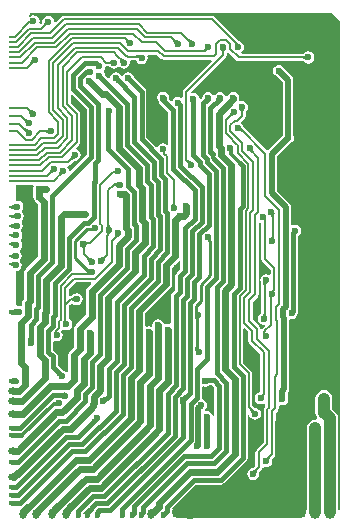
<source format=gbl>
G04*
G04 #@! TF.GenerationSoftware,Altium Limited,Altium Designer,20.0.10 (225)*
G04*
G04 Layer_Physical_Order=2*
G04 Layer_Color=16711680*
%FSLAX25Y25*%
%MOIN*%
G70*
G01*
G75*
%ADD10C,0.00787*%
%ADD11C,0.00984*%
%ADD64O,0.03937X0.05906*%
%ADD67O,0.03150X0.02362*%
%ADD69C,0.02362*%
%ADD70C,0.01575*%
%ADD71C,0.01968*%
%ADD72C,0.01181*%
%ADD73C,0.03937*%
%ADD75C,0.02362*%
%ADD76O,0.01575X0.00787*%
%ADD77O,0.02362X0.01575*%
%ADD78O,0.02362X0.03150*%
%ADD79O,0.44882X0.04331*%
%ADD80O,0.01575X0.02362*%
%ADD81O,1.00787X0.00787*%
%ADD82O,0.00787X1.60630*%
G04:AMPARAMS|DCode=83|XSize=7.87mil|YSize=47.24mil|CornerRadius=0mil|HoleSize=0mil|Usage=FLASHONLY|Rotation=45.000|XOffset=0mil|YOffset=0mil|HoleType=Round|Shape=Round|*
%AMOVALD83*
21,1,0.03937,0.00787,0.00000,0.00000,135.0*
1,1,0.00787,0.01392,-0.01392*
1,1,0.00787,-0.01392,0.01392*
%
%ADD83OVALD83*%

%ADD84C,0.07874*%
G36*
X13490Y164925D02*
X13373Y164930D01*
X13260Y164926D01*
X13151Y164913D01*
X13046Y164891D01*
X12945Y164861D01*
X12847Y164821D01*
X12754Y164773D01*
X12665Y164716D01*
X12579Y164649D01*
X12498Y164575D01*
X11981Y165172D01*
X12055Y165251D01*
X12122Y165335D01*
X12182Y165424D01*
X12235Y165517D01*
X12280Y165615D01*
X12319Y165717D01*
X12351Y165824D01*
X12375Y165935D01*
X12393Y166051D01*
X12404Y166171D01*
X13490Y164925D01*
D02*
G37*
G36*
X39832Y160397D02*
X39918Y160331D01*
X40007Y160276D01*
X40100Y160231D01*
X40196Y160196D01*
X40295Y160172D01*
X40397Y160157D01*
X40503Y160153D01*
X40612Y160160D01*
X40725Y160176D01*
X39780Y158819D01*
X39757Y158939D01*
X39728Y159055D01*
X39693Y159165D01*
X39654Y159272D01*
X39608Y159373D01*
X39557Y159470D01*
X39501Y159562D01*
X39439Y159649D01*
X39372Y159731D01*
X39299Y159809D01*
X39750Y160473D01*
X39832Y160397D01*
D02*
G37*
G36*
X60685Y160213D02*
X60769Y160146D01*
X60859Y160088D01*
X60952Y160038D01*
X61050Y159995D01*
X61152Y159960D01*
X61258Y159934D01*
X61368Y159915D01*
X61483Y159904D01*
X61602Y159901D01*
X60433Y158732D01*
X60430Y158851D01*
X60420Y158966D01*
X60401Y159077D01*
X60374Y159183D01*
X60340Y159285D01*
X60297Y159383D01*
X60247Y159476D01*
X60188Y159565D01*
X60122Y159650D01*
X60047Y159731D01*
X60604Y160287D01*
X60685Y160213D01*
D02*
G37*
G36*
X55763D02*
X55848Y160146D01*
X55937Y160088D01*
X56031Y160038D01*
X56128Y159995D01*
X56230Y159960D01*
X56337Y159934D01*
X56447Y159915D01*
X56562Y159904D01*
X56681Y159901D01*
X55512Y158732D01*
X55509Y158851D01*
X55498Y158966D01*
X55480Y159077D01*
X55453Y159183D01*
X55418Y159285D01*
X55376Y159383D01*
X55325Y159476D01*
X55267Y159565D01*
X55200Y159650D01*
X55126Y159731D01*
X55683Y160287D01*
X55763Y160213D01*
D02*
G37*
G36*
X76389Y159364D02*
X76468Y159297D01*
X76641Y159172D01*
X76733Y159114D01*
X76933Y159009D01*
X77039Y158961D01*
X77266Y158875D01*
X75778Y158154D01*
X75809Y158257D01*
X75828Y158357D01*
X75835Y158456D01*
X75830Y158552D01*
X75814Y158647D01*
X75785Y158739D01*
X75744Y158829D01*
X75691Y158917D01*
X75626Y159003D01*
X75549Y159087D01*
X76314Y159435D01*
X76389Y159364D01*
D02*
G37*
G36*
X66936Y156574D02*
X66817Y156572D01*
X66703Y156561D01*
X66592Y156542D01*
X66486Y156516D01*
X66384Y156481D01*
X66286Y156438D01*
X66193Y156388D01*
X66104Y156329D01*
X66019Y156263D01*
X65938Y156188D01*
X65381Y156745D01*
X65456Y156826D01*
X65522Y156911D01*
X65581Y157000D01*
X65631Y157093D01*
X65674Y157191D01*
X65708Y157293D01*
X65735Y157399D01*
X65754Y157510D01*
X65764Y157624D01*
X65767Y157744D01*
X66936Y156574D01*
D02*
G37*
G36*
X72614Y156826D02*
X72541Y156737D01*
X72476Y156646D01*
X72419Y156552D01*
X72372Y156455D01*
X72333Y156356D01*
X72302Y156254D01*
X72281Y156150D01*
X72268Y156043D01*
X72263Y155933D01*
X71476D01*
X71472Y156043D01*
X71459Y156150D01*
X71437Y156254D01*
X71407Y156356D01*
X71368Y156455D01*
X71320Y156552D01*
X71264Y156646D01*
X71199Y156737D01*
X71125Y156826D01*
X71043Y156912D01*
X72697D01*
X72614Y156826D01*
D02*
G37*
G36*
X43581Y153576D02*
X43539Y153671D01*
X43489Y153755D01*
X43431Y153830D01*
X43365Y153895D01*
X43290Y153950D01*
X43208Y153995D01*
X43118Y154030D01*
X43019Y154055D01*
X42913Y154070D01*
X42798Y154075D01*
X42894Y154862D01*
X43049Y154865D01*
X43487Y154899D01*
X43624Y154919D01*
X43884Y154974D01*
X44007Y155008D01*
X44239Y155090D01*
X43581Y153576D01*
D02*
G37*
G36*
X99452Y153366D02*
X99366Y153448D01*
X99277Y153522D01*
X99185Y153587D01*
X99092Y153643D01*
X98995Y153691D01*
X98896Y153730D01*
X98794Y153760D01*
X98690Y153782D01*
X98583Y153795D01*
X98473Y153799D01*
Y154587D01*
X98583Y154591D01*
X98690Y154604D01*
X98794Y154626D01*
X98896Y154656D01*
X98995Y154695D01*
X99092Y154743D01*
X99185Y154799D01*
X99277Y154864D01*
X99366Y154937D01*
X99452Y155020D01*
Y153366D01*
D02*
G37*
G36*
X37939Y153953D02*
X38023Y153886D01*
X38112Y153826D01*
X38205Y153773D01*
X38302Y153727D01*
X38405Y153688D01*
X38511Y153656D01*
X38623Y153630D01*
X38739Y153611D01*
X38859Y153600D01*
X37603Y152524D01*
X37609Y152641D01*
X37606Y152754D01*
X37594Y152863D01*
X37573Y152968D01*
X37543Y153069D01*
X37503Y153166D01*
X37455Y153260D01*
X37398Y153349D01*
X37332Y153434D01*
X37257Y153516D01*
X37860Y154027D01*
X37939Y153953D01*
D02*
G37*
G36*
X110925Y166004D02*
X110925Y3405D01*
X110266D01*
Y4188D01*
X110260Y4234D01*
Y33861D01*
X110165Y34580D01*
X109888Y35251D01*
X109446Y35826D01*
X108193Y37079D01*
Y40512D01*
X108098Y41231D01*
X107821Y41902D01*
X107379Y42477D01*
X106803Y42919D01*
X106133Y43197D01*
X105413Y43292D01*
X104694Y43197D01*
X104024Y42919D01*
X103448Y42477D01*
X103006Y41902D01*
X102728Y41231D01*
X102634Y40512D01*
Y35591D01*
X102728Y34871D01*
X103006Y34201D01*
X103257Y33874D01*
X102986Y33406D01*
X102658Y33449D01*
X101938Y33354D01*
X101268Y33077D01*
X100692Y32635D01*
X100250Y32059D01*
X99973Y31389D01*
X99878Y30669D01*
Y27461D01*
X99874Y27452D01*
X99779Y26733D01*
Y25551D01*
Y4318D01*
X99762Y4188D01*
Y3405D01*
X55129D01*
X54922Y3906D01*
X62758Y11741D01*
X71024D01*
X71024Y11741D01*
X71638Y11863D01*
X72159Y12211D01*
X79580Y19632D01*
X79580Y19632D01*
X79928Y20153D01*
X80050Y20768D01*
Y34995D01*
X80550Y35045D01*
X80626Y34665D01*
X81061Y34014D01*
X81712Y33579D01*
X82480Y33426D01*
X83248Y33579D01*
X83899Y34014D01*
X84335Y34665D01*
X84487Y35433D01*
X84335Y36201D01*
X83899Y36852D01*
X83248Y37287D01*
X82782Y37380D01*
X82717Y37403D01*
X82619Y37416D01*
X82550Y37430D01*
X82488Y37446D01*
X82432Y37464D01*
X82381Y37485D01*
X82335Y37508D01*
X82292Y37533D01*
X82253Y37560D01*
X81618Y38196D01*
Y48919D01*
X81526Y49380D01*
X81265Y49771D01*
X81265Y49771D01*
X78566Y52469D01*
Y63748D01*
X79028Y63939D01*
X80292Y62676D01*
Y59846D01*
X80292Y59846D01*
X80383Y59385D01*
X80645Y58994D01*
X84229Y55410D01*
Y42534D01*
X83582Y42406D01*
X82931Y41970D01*
X82496Y41319D01*
X82343Y40551D01*
X82496Y39783D01*
X82931Y39132D01*
X83582Y38697D01*
X84350Y38544D01*
X85118Y38697D01*
X85402Y38886D01*
X85902Y38619D01*
Y37962D01*
X85763Y37823D01*
X85502Y37432D01*
X85410Y36971D01*
X85410Y36971D01*
Y25915D01*
X83007Y23512D01*
X82746Y23121D01*
X82654Y22660D01*
X82654Y22660D01*
Y18191D01*
X81972Y17508D01*
X81928Y17476D01*
X81878Y17445D01*
X81824Y17415D01*
X81765Y17387D01*
X81710Y17364D01*
X81543Y17311D01*
X81453Y17289D01*
X81396Y17263D01*
X81122Y17209D01*
X80471Y16773D01*
X80036Y16122D01*
X79883Y15354D01*
X80036Y14586D01*
X80471Y13935D01*
X81122Y13500D01*
X81890Y13347D01*
X82658Y13500D01*
X83309Y13935D01*
X83744Y14586D01*
X83897Y15354D01*
X83827Y15705D01*
X83828Y15778D01*
X83814Y15851D01*
X83811Y15880D01*
X83811Y15900D01*
X83813Y15915D01*
X83815Y15926D01*
X83819Y15936D01*
X83825Y15950D01*
X83834Y15965D01*
X84710Y16840D01*
X84971Y17231D01*
X85010Y17427D01*
X85413Y17705D01*
X85562Y17710D01*
X86221Y17580D01*
X86989Y17732D01*
X87640Y18167D01*
X88075Y18819D01*
X88228Y19587D01*
X88144Y20005D01*
X88143Y20076D01*
X88127Y20146D01*
X88124Y20170D01*
X88124Y20185D01*
X88124Y20194D01*
X88125Y20200D01*
X88128Y20207D01*
X88133Y20217D01*
X88140Y20229D01*
X89040Y21130D01*
X89302Y21520D01*
X89393Y21981D01*
X89393Y21981D01*
Y35820D01*
X90025Y36452D01*
X90286Y36842D01*
X90377Y37303D01*
X90377Y37303D01*
Y38167D01*
X90691Y38334D01*
X90877Y38390D01*
X91585Y38249D01*
X92353Y38402D01*
X93004Y38837D01*
X93439Y39488D01*
X93592Y40256D01*
X93439Y41024D01*
X93353Y41152D01*
Y42374D01*
X93403Y42423D01*
X93795Y43009D01*
X93932Y43701D01*
Y66609D01*
X94432Y67019D01*
X94705Y66965D01*
X95474Y67117D01*
X96125Y67552D01*
X96560Y68204D01*
X96713Y68972D01*
X96697Y69048D01*
X96759Y69140D01*
X96881Y69755D01*
X96881Y69755D01*
Y94767D01*
X97285Y95038D01*
X97720Y95689D01*
X97873Y96457D01*
X97720Y97225D01*
X97285Y97876D01*
X96634Y98311D01*
X95866Y98464D01*
X95098Y98311D01*
X94964Y98221D01*
X94523Y98457D01*
Y104289D01*
X94385Y104980D01*
X93994Y105566D01*
X89897Y109663D01*
Y121260D01*
X94187Y125550D01*
X94272Y125567D01*
X94923Y126002D01*
X95358Y126653D01*
X95511Y127421D01*
X95358Y128189D01*
X95310Y128261D01*
Y146713D01*
X95173Y147404D01*
X94781Y147990D01*
X92324Y150447D01*
X92307Y150532D01*
X91872Y151183D01*
X91221Y151618D01*
X90453Y151771D01*
X89685Y151618D01*
X89034Y151183D01*
X88599Y150532D01*
X88446Y149764D01*
X88599Y148996D01*
X89034Y148345D01*
X89685Y147909D01*
X89769Y147893D01*
X91698Y145964D01*
Y128261D01*
X91650Y128189D01*
X91633Y128105D01*
X86982Y123454D01*
X86351Y123377D01*
X78818Y130911D01*
X78787Y130949D01*
X78691Y131084D01*
X78661Y131132D01*
X78545Y131349D01*
X78527Y131437D01*
X78092Y132088D01*
X77966Y132173D01*
X77917Y132671D01*
X79001Y133755D01*
X79262Y134145D01*
X79354Y134606D01*
X79354Y134606D01*
Y136021D01*
X79361Y136058D01*
X79372Y136094D01*
X79387Y136130D01*
X79405Y136168D01*
X79428Y136207D01*
X79457Y136248D01*
X79484Y136280D01*
X79569Y136337D01*
X80004Y136988D01*
X80157Y137756D01*
X80004Y138524D01*
X79569Y139175D01*
X78918Y139610D01*
X78150Y139763D01*
X77646Y139663D01*
X77215Y140054D01*
X77302Y140496D01*
Y140709D01*
X77150Y141477D01*
X76714Y142128D01*
X76063Y142563D01*
X75295Y142716D01*
X74527Y142563D01*
X73876Y142128D01*
X73447Y141486D01*
X73183Y141221D01*
X72774Y141290D01*
X72643Y141369D01*
X72622Y141477D01*
X72187Y142128D01*
X71536Y142563D01*
X70768Y142716D01*
X70000Y142563D01*
X69349Y142128D01*
X69120Y141785D01*
X68518D01*
X68289Y142128D01*
X67638Y142563D01*
X66870Y142716D01*
X66102Y142563D01*
X65451Y142128D01*
X65016Y141477D01*
X64876Y140774D01*
X64865Y140761D01*
X64442Y140338D01*
X64392Y140341D01*
X63932Y140535D01*
X63813Y141132D01*
X63378Y141783D01*
X62727Y142218D01*
X61959Y142371D01*
X61575Y142295D01*
X61329Y142756D01*
X72111Y153538D01*
X72721Y154148D01*
X72721Y154148D01*
X72982Y154539D01*
X73074Y155000D01*
X73074Y155000D01*
Y155820D01*
X73553Y156025D01*
X73580Y156013D01*
X73602Y156000D01*
X76260Y153341D01*
X76260Y153341D01*
X76651Y153080D01*
X77112Y152989D01*
X98561D01*
X98598Y152981D01*
X98634Y152970D01*
X98670Y152956D01*
X98707Y152938D01*
X98746Y152915D01*
X98787Y152885D01*
X98820Y152858D01*
X98876Y152774D01*
X99527Y152339D01*
X100295Y152186D01*
X101063Y152339D01*
X101715Y152774D01*
X102150Y153425D01*
X102302Y154193D01*
X102150Y154961D01*
X101715Y155612D01*
X101063Y156047D01*
X100295Y156200D01*
X99527Y156047D01*
X98876Y155612D01*
X98820Y155528D01*
X98787Y155501D01*
X98746Y155471D01*
X98707Y155448D01*
X98670Y155430D01*
X98634Y155416D01*
X98598Y155405D01*
X98561Y155397D01*
X78044D01*
X77732Y155897D01*
X77751Y155964D01*
X78309Y156336D01*
X78744Y156987D01*
X78897Y157755D01*
X78744Y158523D01*
X78309Y159175D01*
X77658Y159610D01*
X77521Y159637D01*
X77346Y159703D01*
X77285Y159730D01*
X77133Y159811D01*
X77089Y159838D01*
X76974Y159922D01*
X69136Y167760D01*
X68745Y168021D01*
X68284Y168113D01*
X68284Y168113D01*
X18730D01*
X18729Y168113D01*
X18269Y168021D01*
X17878Y167760D01*
X17878Y167760D01*
X16070Y165952D01*
X15793Y166039D01*
X15577Y166166D01*
X15437Y166870D01*
X15002Y167522D01*
X14351Y167957D01*
X13583Y168110D01*
X12815Y167957D01*
X12163Y167522D01*
X11728Y166870D01*
X11576Y166102D01*
X11582Y166068D01*
X11573Y166025D01*
X11558Y165974D01*
X11540Y165928D01*
X11521Y165886D01*
X11499Y165847D01*
X11474Y165811D01*
X11008Y165345D01*
X10547Y165591D01*
X10668Y166201D01*
X10516Y166969D01*
X10081Y167620D01*
X9430Y168055D01*
X8662Y168208D01*
X7893Y168055D01*
X7450Y167759D01*
X7130Y168147D01*
X7975Y168996D01*
X107933D01*
X110925Y166004D01*
D02*
G37*
G36*
X51154Y153834D02*
X51154Y153833D01*
X51544Y153572D01*
X52005Y153481D01*
X52005Y153481D01*
X67995D01*
X68186Y153019D01*
X58794Y143627D01*
X58533Y143236D01*
X58441Y142776D01*
X58441Y142775D01*
Y141590D01*
X58392Y141343D01*
X58392Y141343D01*
Y141099D01*
X57892Y140832D01*
X57658Y140988D01*
X56890Y141141D01*
X56122Y140988D01*
X55471Y140553D01*
X55036Y139902D01*
X54994Y139692D01*
X54515Y139547D01*
X53774Y140288D01*
X53877Y140807D01*
X53724Y141575D01*
X53289Y142226D01*
X52638Y142661D01*
X51870Y142814D01*
X51102Y142661D01*
X50451Y142226D01*
X50016Y141575D01*
X49863Y140807D01*
X50016Y140039D01*
X50451Y139388D01*
X50497Y139357D01*
X50537Y139156D01*
X50885Y138635D01*
X53611Y135910D01*
Y125454D01*
X53111Y125187D01*
X52737Y125437D01*
X51968Y125590D01*
X51200Y125437D01*
X50549Y125002D01*
X50168Y124432D01*
X49626Y124266D01*
X46291Y127602D01*
Y142776D01*
X46291Y142776D01*
X46169Y143390D01*
X45820Y143911D01*
X45820Y143911D01*
X42075Y147657D01*
X42012Y147973D01*
X41577Y148624D01*
X40926Y149059D01*
X40157Y149212D01*
X39389Y149059D01*
X38738Y148624D01*
X38430Y148162D01*
X38315Y148135D01*
X37871Y148168D01*
X37517Y148698D01*
X36866Y149133D01*
X36097Y149286D01*
X35329Y149133D01*
X34678Y148698D01*
X34243Y148047D01*
X34123Y147443D01*
X33629Y147230D01*
X32451Y148408D01*
X32366Y148834D01*
X32081Y149261D01*
X32047Y149840D01*
X32482Y150491D01*
X32539Y150776D01*
X32787Y151236D01*
X33101Y151236D01*
X33815D01*
X33851Y151228D01*
X33888Y151217D01*
X33924Y151203D01*
X33961Y151185D01*
X34000Y151162D01*
X34041Y151132D01*
X34073Y151105D01*
X34130Y151021D01*
X34781Y150586D01*
X35549Y150433D01*
X36317Y150586D01*
X36815Y150918D01*
X37187Y150976D01*
X37496Y150911D01*
X38012Y150567D01*
X38780Y150414D01*
X39548Y150567D01*
X40199Y151002D01*
X40634Y151653D01*
X40787Y152421D01*
X40718Y152764D01*
X41129Y153264D01*
X42824D01*
X42831Y153228D01*
X43266Y152577D01*
X43917Y152142D01*
X44685Y151989D01*
X45453Y152142D01*
X46104Y152577D01*
X46539Y153228D01*
X46692Y153996D01*
X46558Y154673D01*
X46822Y155173D01*
X49814D01*
X51154Y153834D01*
D02*
G37*
G36*
X9142Y152323D02*
X9023Y152320D01*
X8908Y152309D01*
X8797Y152291D01*
X8691Y152264D01*
X8589Y152229D01*
X8491Y152187D01*
X8398Y152136D01*
X8309Y152078D01*
X8224Y152012D01*
X8143Y151937D01*
X7587Y152494D01*
X7661Y152574D01*
X7728Y152659D01*
X7786Y152748D01*
X7836Y152842D01*
X7879Y152939D01*
X7914Y153041D01*
X7940Y153148D01*
X7959Y153258D01*
X7970Y153373D01*
X7972Y153492D01*
X9142Y152323D01*
D02*
G37*
G36*
X34706Y151613D02*
X34619Y151696D01*
X34531Y151769D01*
X34439Y151834D01*
X34345Y151891D01*
X34249Y151938D01*
X34150Y151977D01*
X34048Y152007D01*
X33943Y152029D01*
X33836Y152042D01*
X33727Y152047D01*
Y152834D01*
X33836Y152838D01*
X33943Y152851D01*
X34048Y152873D01*
X34150Y152903D01*
X34249Y152942D01*
X34345Y152990D01*
X34439Y153046D01*
X34531Y153111D01*
X34619Y153185D01*
X34706Y153267D01*
Y151613D01*
D02*
G37*
G36*
X31698Y148046D02*
X31713Y148022D01*
X31738Y147989D01*
X31818Y147897D01*
X32193Y147509D01*
X31089Y146386D01*
X30993Y146481D01*
X30547Y146880D01*
X30531Y146885D01*
X31693Y148061D01*
X31698Y148046D01*
D02*
G37*
G36*
X37283Y147251D02*
X37298Y147227D01*
X37323Y147194D01*
X37403Y147100D01*
X37683Y146807D01*
X37778Y146712D01*
X36664Y145598D01*
X36109Y146098D01*
X37279Y147267D01*
X37283Y147251D01*
D02*
G37*
G36*
X41342Y147252D02*
X41358Y147233D01*
X41383Y147204D01*
X41744Y146830D01*
X41839Y146735D01*
X40814Y145533D01*
X40719Y145628D01*
X40286Y146008D01*
X40258Y146022D01*
X40239Y146027D01*
X41337Y147263D01*
X41342Y147252D01*
D02*
G37*
G36*
X67009Y139536D02*
X66525Y139037D01*
X65215Y139954D01*
X65310Y140050D01*
X65662Y140454D01*
X65685Y140493D01*
X65698Y140524D01*
X65700Y140546D01*
X67009Y139536D01*
D02*
G37*
G36*
X70907Y139536D02*
X70423Y139037D01*
X69113Y139954D01*
X69208Y140050D01*
X69560Y140454D01*
X69583Y140493D01*
X69595Y140524D01*
X69598Y140546D01*
X70907Y139536D01*
D02*
G37*
G36*
X62778Y139506D02*
X62771Y139479D01*
X62765Y139437D01*
X62756Y139315D01*
X62747Y138910D01*
X62746Y138775D01*
X61171D01*
X61132Y139521D01*
X62786D01*
X62778Y139506D01*
D02*
G37*
G36*
X52860Y140151D02*
X52867Y140122D01*
X52884Y140085D01*
X52912Y140040D01*
X52951Y139986D01*
X53063Y139854D01*
X53218Y139688D01*
X53312Y139593D01*
X52079Y138598D01*
X51314Y139765D01*
X52865Y140171D01*
X52860Y140151D01*
D02*
G37*
G36*
X58366Y137466D02*
X56791Y137248D01*
X56791Y137382D01*
X56762Y137846D01*
X56752Y137897D01*
X56739Y137934D01*
X56726Y137957D01*
X56710Y137967D01*
X58033Y138836D01*
X58366Y137466D01*
D02*
G37*
G36*
X78894Y136826D02*
X78821Y136738D01*
X78755Y136646D01*
X78699Y136552D01*
X78652Y136456D01*
X78613Y136356D01*
X78582Y136255D01*
X78561Y136150D01*
X78548Y136043D01*
X78543Y135934D01*
X77756D01*
X77752Y136043D01*
X77739Y136150D01*
X77717Y136255D01*
X77687Y136356D01*
X77648Y136456D01*
X77600Y136552D01*
X77544Y136646D01*
X77479Y136738D01*
X77405Y136826D01*
X77323Y136913D01*
X78976D01*
X78894Y136826D01*
D02*
G37*
G36*
X7496Y136886D02*
X7581Y136820D01*
X7670Y136761D01*
X7763Y136711D01*
X7861Y136668D01*
X7963Y136634D01*
X8069Y136607D01*
X8179Y136588D01*
X8294Y136577D01*
X8414Y136575D01*
X7244Y135406D01*
X7242Y135525D01*
X7231Y135640D01*
X7212Y135750D01*
X7185Y135856D01*
X7151Y135958D01*
X7108Y136056D01*
X7058Y136149D01*
X6999Y136239D01*
X6933Y136323D01*
X6858Y136404D01*
X7415Y136961D01*
X7496Y136886D01*
D02*
G37*
G36*
X34448Y135355D02*
X34429Y135337D01*
X34413Y135306D01*
X34398Y135263D01*
X34385Y135206D01*
X34375Y135137D01*
X34359Y134959D01*
X34351Y134730D01*
X34350Y134596D01*
X32776Y135197D01*
X32847Y135768D01*
X34448Y135355D01*
D02*
G37*
G36*
X75362Y134724D02*
X75243Y134722D01*
X75128Y134711D01*
X75018Y134692D01*
X74911Y134666D01*
X74809Y134631D01*
X74712Y134589D01*
X74618Y134538D01*
X74529Y134479D01*
X74445Y134413D01*
X74364Y134339D01*
X73807Y134895D01*
X73882Y134976D01*
X73948Y135061D01*
X74007Y135150D01*
X74057Y135243D01*
X74100Y135341D01*
X74134Y135443D01*
X74161Y135549D01*
X74180Y135660D01*
X74190Y135775D01*
X74193Y135894D01*
X75362Y134724D01*
D02*
G37*
G36*
X6157Y133755D02*
X6242Y133688D01*
X6331Y133630D01*
X6424Y133579D01*
X6522Y133537D01*
X6624Y133502D01*
X6730Y133475D01*
X6841Y133457D01*
X6956Y133446D01*
X7075Y133443D01*
X5906Y132274D01*
X5903Y132393D01*
X5892Y132508D01*
X5873Y132618D01*
X5847Y132725D01*
X5812Y132827D01*
X5770Y132924D01*
X5719Y133018D01*
X5661Y133107D01*
X5594Y133192D01*
X5520Y133272D01*
X6076Y133829D01*
X6157Y133755D01*
D02*
G37*
G36*
X77807Y131027D02*
X77966Y130728D01*
X78024Y130636D01*
X78148Y130462D01*
X78214Y130381D01*
X78354Y130229D01*
X78070Y129399D01*
X77986Y129476D01*
X77900Y129541D01*
X77813Y129593D01*
X77724Y129632D01*
X77635Y129658D01*
X77543Y129672D01*
X77451Y129672D01*
X77358Y129660D01*
X77263Y129634D01*
X77167Y129596D01*
X77759Y131134D01*
X77807Y131027D01*
D02*
G37*
G36*
X6035Y130536D02*
X6121Y130470D01*
X6210Y130414D01*
X6303Y130367D01*
X6400Y130329D01*
X6501Y130301D01*
X6605Y130283D01*
X6713Y130274D01*
X6825Y130274D01*
X6940Y130284D01*
X5912Y128989D01*
X5896Y129110D01*
X5873Y129226D01*
X5845Y129337D01*
X5809Y129444D01*
X5768Y129546D01*
X5720Y129643D01*
X5666Y129736D01*
X5605Y129824D01*
X5538Y129908D01*
X5465Y129986D01*
X5954Y130611D01*
X6035Y130536D01*
D02*
G37*
G36*
X13642Y128778D02*
X13555Y128860D01*
X13467Y128934D01*
X13375Y128998D01*
X13281Y129055D01*
X13185Y129102D01*
X13085Y129141D01*
X12984Y129172D01*
X12879Y129193D01*
X12772Y129206D01*
X12663Y129211D01*
Y129998D01*
X12772Y130002D01*
X12879Y130015D01*
X12984Y130037D01*
X13085Y130067D01*
X13185Y130106D01*
X13281Y130154D01*
X13375Y130210D01*
X13467Y130275D01*
X13555Y130349D01*
X13642Y130431D01*
Y128778D01*
D02*
G37*
G36*
X81823Y123556D02*
X81810Y123451D01*
X81808Y123348D01*
X81817Y123249D01*
X81838Y123152D01*
X81869Y123058D01*
X81912Y122966D01*
X81966Y122878D01*
X82031Y122791D01*
X82108Y122708D01*
X81394Y122309D01*
X81317Y122380D01*
X81236Y122448D01*
X81151Y122511D01*
X81060Y122570D01*
X80965Y122624D01*
X80865Y122674D01*
X80761Y122720D01*
X80537Y122799D01*
X80419Y122831D01*
X81848Y123664D01*
X81823Y123556D01*
D02*
G37*
G36*
X75254Y123355D02*
X75228Y123297D01*
X75204Y123229D01*
X75184Y123153D01*
X75167Y123068D01*
X75142Y122872D01*
X75134Y122761D01*
X75128Y122513D01*
X73946Y122243D01*
X73944Y122370D01*
X73921Y122595D01*
X73901Y122694D01*
X73875Y122783D01*
X73844Y122863D01*
X73807Y122933D01*
X73764Y122995D01*
X73715Y123046D01*
X73661Y123089D01*
X75284Y123405D01*
X75254Y123355D01*
D02*
G37*
G36*
X22540Y120548D02*
X22419Y120525D01*
X22304Y120496D01*
X22193Y120461D01*
X22087Y120421D01*
X21985Y120376D01*
X21889Y120325D01*
X21797Y120269D01*
X21709Y120207D01*
X21627Y120140D01*
X21549Y120067D01*
X20886Y120517D01*
X20962Y120600D01*
X21027Y120686D01*
X21082Y120775D01*
X21127Y120868D01*
X21162Y120964D01*
X21187Y121063D01*
X21201Y121165D01*
X21205Y121271D01*
X21199Y121380D01*
X21182Y121492D01*
X22540Y120548D01*
D02*
G37*
G36*
X60389Y119859D02*
X60474Y119792D01*
X60563Y119734D01*
X60657Y119683D01*
X60754Y119641D01*
X60856Y119606D01*
X60963Y119579D01*
X61073Y119561D01*
X61188Y119550D01*
X61307Y119547D01*
X60138Y118378D01*
X60135Y118497D01*
X60124Y118612D01*
X60106Y118722D01*
X60079Y118829D01*
X60044Y118931D01*
X60002Y119028D01*
X59951Y119122D01*
X59893Y119211D01*
X59826Y119296D01*
X59752Y119376D01*
X60309Y119933D01*
X60389Y119859D01*
D02*
G37*
G36*
X26347Y137150D02*
Y121694D01*
X20993Y116340D01*
X20451Y116505D01*
X20358Y116969D01*
X19923Y117620D01*
X19857Y117664D01*
X20009Y118164D01*
X20293D01*
X20293Y118164D01*
X20754Y118256D01*
X21145Y118517D01*
X22197Y119568D01*
X22239Y119598D01*
X22285Y119627D01*
X22336Y119653D01*
X22392Y119678D01*
X22453Y119701D01*
X22521Y119722D01*
X22594Y119741D01*
X22694Y119760D01*
X22766Y119790D01*
X23111Y119858D01*
X23762Y120293D01*
X24197Y120945D01*
X24350Y121713D01*
X24197Y122481D01*
X23762Y123132D01*
X23111Y123567D01*
X23038Y123581D01*
X22893Y124060D01*
X23998Y125165D01*
X23998Y125165D01*
X24259Y125556D01*
X24351Y126017D01*
X24351Y126017D01*
Y135383D01*
X24351Y135383D01*
X24259Y135844D01*
X23998Y136234D01*
X23998Y136234D01*
X21185Y139048D01*
Y141659D01*
X21646Y141850D01*
X26347Y137150D01*
D02*
G37*
G36*
X15441Y115807D02*
X15322Y115804D01*
X15207Y115794D01*
X15096Y115775D01*
X14990Y115748D01*
X14888Y115714D01*
X14791Y115671D01*
X14697Y115621D01*
X14608Y115562D01*
X14523Y115496D01*
X14443Y115421D01*
X13886Y115978D01*
X13960Y116059D01*
X14027Y116144D01*
X14085Y116233D01*
X14136Y116326D01*
X14178Y116424D01*
X14213Y116526D01*
X14240Y116632D01*
X14258Y116742D01*
X14269Y116857D01*
X14272Y116976D01*
X15441Y115807D01*
D02*
G37*
G36*
X18492Y115020D02*
X18373Y115017D01*
X18258Y115006D01*
X18148Y114988D01*
X18041Y114961D01*
X17939Y114926D01*
X17842Y114884D01*
X17748Y114833D01*
X17659Y114775D01*
X17574Y114708D01*
X17494Y114634D01*
X16937Y115191D01*
X17011Y115271D01*
X17078Y115356D01*
X17136Y115445D01*
X17187Y115539D01*
X17230Y115636D01*
X17264Y115738D01*
X17291Y115845D01*
X17309Y115955D01*
X17320Y116070D01*
X17323Y116189D01*
X18492Y115020D01*
D02*
G37*
G36*
X36558Y111022D02*
X36472Y111104D01*
X36383Y111178D01*
X36292Y111242D01*
X36198Y111299D01*
X36101Y111346D01*
X36002Y111385D01*
X35900Y111416D01*
X35796Y111437D01*
X35689Y111450D01*
X35579Y111455D01*
Y112242D01*
X35689Y112247D01*
X35796Y112259D01*
X35900Y112281D01*
X36002Y112311D01*
X36101Y112350D01*
X36198Y112398D01*
X36292Y112454D01*
X36383Y112519D01*
X36472Y112593D01*
X36558Y112675D01*
Y111022D01*
D02*
G37*
G36*
X55811Y105714D02*
X55824Y105607D01*
X55846Y105503D01*
X55876Y105401D01*
X55915Y105302D01*
X55963Y105206D01*
X56019Y105112D01*
X56084Y105020D01*
X56158Y104931D01*
X56240Y104845D01*
X54587D01*
X54669Y104931D01*
X54742Y105020D01*
X54808Y105112D01*
X54864Y105206D01*
X54911Y105302D01*
X54950Y105401D01*
X54981Y105503D01*
X55002Y105607D01*
X55015Y105714D01*
X55020Y105824D01*
X55807D01*
X55811Y105714D01*
D02*
G37*
G36*
X2476Y103594D02*
X2403Y103652D01*
X2325Y103703D01*
X2242Y103749D01*
X2154Y103788D01*
X2060Y103822D01*
X1962Y103849D01*
X1858Y103870D01*
X1750Y103885D01*
X1636Y103895D01*
X1517Y103898D01*
X1426Y104882D01*
X1546Y104885D01*
X1659Y104896D01*
X1766Y104914D01*
X1867Y104939D01*
X1961Y104972D01*
X2049Y105011D01*
X2131Y105058D01*
X2207Y105112D01*
X2276Y105173D01*
X2339Y105242D01*
X2476Y103594D01*
D02*
G37*
G36*
X89002Y102158D02*
X88976Y102055D01*
X88933Y101819D01*
X88916Y101688D01*
X88884Y101238D01*
X88878Y100892D01*
X88090Y100758D01*
X88086Y100874D01*
X88071Y100980D01*
X88046Y101077D01*
X88012Y101165D01*
X87967Y101243D01*
X87913Y101313D01*
X87849Y101373D01*
X87775Y101423D01*
X87691Y101465D01*
X87597Y101497D01*
X89032Y102253D01*
X89002Y102158D01*
D02*
G37*
G36*
X2617Y100430D02*
X2549Y100493D01*
X2475Y100550D01*
X2395Y100601D01*
X2310Y100644D01*
X2219Y100681D01*
X2122Y100711D01*
X2020Y100734D01*
X1912Y100751D01*
X1798Y100761D01*
X1679Y100765D01*
Y101749D01*
X1798Y101752D01*
X1912Y101762D01*
X2020Y101779D01*
X2122Y101802D01*
X2219Y101832D01*
X2310Y101869D01*
X2395Y101913D01*
X2475Y101963D01*
X2549Y102020D01*
X2617Y102083D01*
Y100430D01*
D02*
G37*
G36*
X33962Y98628D02*
X33976Y98521D01*
X34001Y98420D01*
X34035Y98325D01*
X34080Y98236D01*
X34134Y98153D01*
X34198Y98075D01*
X34271Y98004D01*
X34355Y97939D01*
X34448Y97879D01*
X32848Y97464D01*
X32909Y97571D01*
X33012Y97784D01*
X33053Y97890D01*
X33089Y97996D01*
X33118Y98101D01*
X33140Y98207D01*
X33156Y98312D01*
X33166Y98417D01*
X33169Y98522D01*
X33957Y98741D01*
X33962Y98628D01*
D02*
G37*
G36*
X2224Y97280D02*
X2155Y97344D01*
X2081Y97400D01*
X2001Y97451D01*
X1916Y97494D01*
X1825Y97531D01*
X1728Y97561D01*
X1626Y97585D01*
X1518Y97601D01*
X1404Y97611D01*
X1285Y97615D01*
Y98599D01*
X1404Y98602D01*
X1518Y98612D01*
X1626Y98629D01*
X1728Y98652D01*
X1825Y98683D01*
X1916Y98719D01*
X2001Y98763D01*
X2081Y98813D01*
X2155Y98870D01*
X2224Y98934D01*
Y97280D01*
D02*
G37*
G36*
X33854Y94915D02*
X33042Y95216D01*
X33126Y95305D01*
X33195Y95389D01*
X33249Y95468D01*
X33288Y95541D01*
X33311Y95610D01*
X33320Y95673D01*
X33313Y95731D01*
X33291Y95784D01*
X33254Y95832D01*
X33202Y95874D01*
X34664Y95990D01*
X33854Y94915D01*
D02*
G37*
G36*
X96160Y95313D02*
X96142Y95301D01*
X96125Y95276D01*
X96111Y95237D01*
X96098Y95184D01*
X96087Y95118D01*
X96072Y94945D01*
X96064Y94718D01*
X96063Y94583D01*
X94488Y94725D01*
X94744Y96089D01*
X96160Y95313D01*
D02*
G37*
G36*
X2125Y94130D02*
X2057Y94194D01*
X1983Y94251D01*
X1903Y94301D01*
X1818Y94345D01*
X1727Y94381D01*
X1630Y94411D01*
X1527Y94435D01*
X1419Y94451D01*
X1306Y94462D01*
X1186Y94465D01*
Y95449D01*
X1306Y95452D01*
X1419Y95463D01*
X1527Y95479D01*
X1630Y95503D01*
X1727Y95533D01*
X1818Y95570D01*
X1903Y95613D01*
X1983Y95663D01*
X2057Y95720D01*
X2125Y95784D01*
Y94130D01*
D02*
G37*
G36*
X37310Y94656D02*
X37195Y94613D01*
X36980Y94517D01*
X36879Y94464D01*
X36690Y94350D01*
X36603Y94289D01*
X36441Y94157D01*
X36367Y94086D01*
X35586Y94419D01*
X35663Y94503D01*
X35728Y94589D01*
X35780Y94677D01*
X35821Y94767D01*
X35849Y94859D01*
X35865Y94952D01*
X35869Y95048D01*
X35860Y95145D01*
X35839Y95244D01*
X35807Y95345D01*
X37310Y94656D01*
D02*
G37*
G36*
X1842Y91293D02*
X1808Y91369D01*
X1764Y91437D01*
X1712Y91497D01*
X1649Y91549D01*
X1576Y91593D01*
X1494Y91629D01*
X1402Y91657D01*
X1301Y91677D01*
X1190Y91689D01*
X1069Y91693D01*
X1170Y92677D01*
X1374Y92678D01*
X2276Y92733D01*
X2373Y92751D01*
X2454Y92770D01*
X2520Y92792D01*
X1842Y91293D01*
D02*
G37*
G36*
X25712Y93080D02*
X25925Y92978D01*
X26032Y92936D01*
X26138Y92901D01*
X26243Y92872D01*
X26349Y92850D01*
X26454Y92834D01*
X26559Y92824D01*
X26664Y92821D01*
X26886Y92034D01*
X26773Y92029D01*
X26666Y92014D01*
X26565Y91989D01*
X26470Y91955D01*
X26381Y91911D01*
X26298Y91856D01*
X26221Y91793D01*
X26150Y91719D01*
X26085Y91635D01*
X26078Y91623D01*
X26028Y91440D01*
X26006Y91340D01*
X25960Y91031D01*
X25952Y90925D01*
X25945Y90709D01*
X25158Y90247D01*
X25153Y90362D01*
X25138Y90469D01*
X25113Y90566D01*
X25079Y90654D01*
X25034Y90733D01*
X24980Y90804D01*
X24915Y90865D01*
X24841Y90917D01*
X24757Y90960D01*
X24663Y90994D01*
X25993Y91670D01*
X25605Y93141D01*
X25712Y93080D01*
D02*
G37*
G36*
X1753Y87427D02*
X1736Y87444D01*
X1708Y87460D01*
X1668Y87474D01*
X1616Y87486D01*
X1553Y87496D01*
X1394Y87511D01*
X1189Y87519D01*
X1069Y87520D01*
Y88504D01*
X1182Y88505D01*
X1525Y88530D01*
X1584Y88541D01*
X1633Y88555D01*
X1671Y88570D01*
X1698Y88588D01*
X1714Y88608D01*
X1753Y87427D01*
D02*
G37*
G36*
X32750Y87469D02*
X32676Y87388D01*
X32610Y87303D01*
X32552Y87214D01*
X32502Y87120D01*
X32461Y87023D01*
X32429Y86921D01*
X32404Y86816D01*
X32389Y86705D01*
X32381Y86591D01*
X32382Y86473D01*
X31174Y87602D01*
X31294Y87609D01*
X31409Y87623D01*
X31521Y87645D01*
X31627Y87674D01*
X31729Y87710D01*
X31827Y87755D01*
X31920Y87806D01*
X32009Y87865D01*
X32094Y87932D01*
X32174Y88006D01*
X32750Y87469D01*
D02*
G37*
G36*
X27122Y87589D02*
X27206Y87522D01*
X27296Y87464D01*
X27389Y87413D01*
X27487Y87371D01*
X27589Y87336D01*
X27695Y87309D01*
X27805Y87291D01*
X27920Y87280D01*
X28039Y87277D01*
X26870Y86108D01*
X26867Y86227D01*
X26857Y86342D01*
X26838Y86453D01*
X26811Y86559D01*
X26777Y86661D01*
X26734Y86758D01*
X26684Y86852D01*
X26625Y86941D01*
X26559Y87026D01*
X26484Y87106D01*
X27041Y87663D01*
X27122Y87589D01*
D02*
G37*
G36*
X1602Y84651D02*
X1586Y84702D01*
X1562Y84748D01*
X1529Y84789D01*
X1488Y84824D01*
X1439Y84854D01*
X1382Y84878D01*
X1316Y84897D01*
X1242Y84910D01*
X1160Y84918D01*
X1069Y84921D01*
X1425Y85905D01*
X1558Y85906D01*
X2203Y85949D01*
X2231Y85960D01*
X1602Y84651D01*
D02*
G37*
G36*
X26665Y83878D02*
X26752Y83807D01*
X26836Y83750D01*
X26916Y83706D01*
X26993Y83676D01*
X27067Y83660D01*
X27138Y83657D01*
X27205Y83669D01*
X27270Y83693D01*
X27331Y83732D01*
X27041Y82184D01*
X26032Y83113D01*
X26575Y83963D01*
X26665Y83878D01*
D02*
G37*
G36*
X84370Y99130D02*
X84623Y99080D01*
Y87067D01*
X84623Y87067D01*
X84714Y86606D01*
X84975Y86215D01*
X87772Y83419D01*
Y81912D01*
X87272Y81645D01*
X86989Y81835D01*
X86221Y81987D01*
X85452Y81835D01*
X84801Y81400D01*
X84366Y80748D01*
X84214Y79980D01*
X84366Y79212D01*
X84411Y79145D01*
X84433Y79081D01*
X84452Y79009D01*
X84495Y78797D01*
X84507Y78710D01*
X84530Y78399D01*
Y68997D01*
X84527Y68983D01*
X84523Y68972D01*
X84520Y68966D01*
X84517Y68961D01*
X84511Y68954D01*
X84500Y68944D01*
X84481Y68928D01*
X84420Y68891D01*
X84368Y68841D01*
X84014Y68604D01*
X83579Y67953D01*
X83426Y67185D01*
X83579Y66417D01*
X84014Y65766D01*
X84665Y65331D01*
X85433Y65178D01*
X85571Y65205D01*
X85817Y64745D01*
X84792Y63720D01*
X84775Y63694D01*
X84310Y63818D01*
X84272Y63841D01*
X84184Y64288D01*
X83922Y64679D01*
X83922Y64679D01*
X81716Y66885D01*
Y72828D01*
X83369Y74481D01*
X83369Y74481D01*
X83630Y74871D01*
X83721Y75332D01*
X83721Y75332D01*
Y99033D01*
X84162Y99269D01*
X84370Y99130D01*
D02*
G37*
G36*
X86627Y78871D02*
X86532Y78831D01*
X86447Y78782D01*
X86373Y78725D01*
X86308Y78659D01*
X86253Y78586D01*
X86208Y78504D01*
X86173Y78414D01*
X86148Y78316D01*
X86133Y78209D01*
X86128Y78094D01*
X85341Y78195D01*
X85338Y78353D01*
X85306Y78796D01*
X85286Y78933D01*
X85234Y79193D01*
X85202Y79315D01*
X85123Y79543D01*
X86627Y78871D01*
D02*
G37*
G36*
X22158Y72831D02*
X22083Y72908D01*
X22004Y72976D01*
X21920Y73036D01*
X21832Y73088D01*
X21739Y73132D01*
X21643Y73168D01*
X21541Y73196D01*
X21435Y73216D01*
X21325Y73228D01*
X21210Y73232D01*
Y74019D01*
X21325Y74023D01*
X21435Y74035D01*
X21541Y74055D01*
X21643Y74083D01*
X21739Y74120D01*
X21832Y74164D01*
X21920Y74216D01*
X22004Y74276D01*
X22083Y74344D01*
X22158Y74420D01*
Y72831D01*
D02*
G37*
G36*
X27866Y78768D02*
X26731Y77633D01*
X26296Y76982D01*
X26143Y76214D01*
Y68533D01*
X22794Y65184D01*
X22358Y64533D01*
X22206Y63765D01*
Y57817D01*
X20825Y56437D01*
X20390Y55785D01*
X20237Y55017D01*
Y49344D01*
X19737Y49193D01*
X19629Y49355D01*
X18978Y49790D01*
X18557Y49873D01*
X18413Y50003D01*
X16763Y51653D01*
Y54586D01*
X16763Y54586D01*
X16641Y55201D01*
X16293Y55722D01*
X16293Y55722D01*
X15188Y56826D01*
Y59460D01*
X15688Y59737D01*
X16339Y59607D01*
X17107Y59760D01*
X17758Y60195D01*
X18193Y60846D01*
X18346Y61614D01*
X18193Y62382D01*
X17902Y62817D01*
X18157Y63256D01*
X18785Y63424D01*
X18819Y63402D01*
X19587Y63249D01*
X20355Y63402D01*
X21006Y63837D01*
X21441Y64488D01*
X21594Y65256D01*
X21441Y66024D01*
X21006Y66675D01*
X20496Y67016D01*
Y71247D01*
X21469Y72221D01*
X21613Y72206D01*
X22264Y71771D01*
X23033Y71619D01*
X23801Y71771D01*
X24452Y72206D01*
X24887Y72858D01*
X25040Y73626D01*
X24887Y74394D01*
X24452Y75045D01*
X23801Y75480D01*
X23033Y75633D01*
X22264Y75480D01*
X21613Y75045D01*
X21542Y74938D01*
X21535Y74931D01*
X21508Y74908D01*
X21481Y74889D01*
X21455Y74873D01*
X21427Y74860D01*
X21395Y74848D01*
X21359Y74838D01*
X21317Y74830D01*
X21315Y74830D01*
X21171D01*
X20996Y74795D01*
X20496Y75151D01*
Y76962D01*
X22764Y79230D01*
X27674D01*
X27866Y78768D01*
D02*
G37*
G36*
X8669Y111327D02*
X8527Y111115D01*
X8375Y110347D01*
X8524Y109593D01*
Y107736D01*
X8677Y106968D01*
X9112Y106317D01*
X10198Y105232D01*
Y87909D01*
X6061Y83772D01*
X5626Y83121D01*
X5473Y82353D01*
Y73856D01*
X5052Y73226D01*
X4900Y72458D01*
Y71597D01*
X4400Y71325D01*
X3740Y71456D01*
X3453Y71399D01*
X2953Y71809D01*
Y82934D01*
X3524Y83047D01*
X4175Y83482D01*
X4610Y84133D01*
X4763Y84902D01*
X4610Y85670D01*
X4309Y86120D01*
X4216Y86476D01*
X4309Y86833D01*
X4610Y87283D01*
X4763Y88051D01*
X4610Y88819D01*
X4175Y89470D01*
X4122Y89506D01*
Y90107D01*
X4372Y90274D01*
X4807Y90925D01*
X4960Y91693D01*
X4807Y92461D01*
X4458Y92983D01*
X4388Y93538D01*
X4823Y94189D01*
X4976Y94957D01*
X4823Y95725D01*
X4388Y96376D01*
X4590Y96843D01*
X4922Y97339D01*
X5074Y98107D01*
X4922Y98875D01*
X4742Y99144D01*
X4866Y99828D01*
X4880Y99837D01*
X5315Y100488D01*
X5468Y101257D01*
X5315Y102025D01*
X4880Y102676D01*
X4829Y103311D01*
X5102Y103720D01*
X5255Y104488D01*
X5102Y105256D01*
X4667Y105907D01*
X4016Y106342D01*
X3248Y106495D01*
X2953Y106738D01*
Y111827D01*
X8402D01*
X8669Y111327D01*
D02*
G37*
G36*
X96063Y70715D02*
X95823Y69353D01*
X94389Y70109D01*
X94407Y70122D01*
X94424Y70148D01*
X94439Y70187D01*
X94452Y70240D01*
X94463Y70306D01*
X94479Y70480D01*
X94487Y70707D01*
X94488Y70841D01*
X96063Y70715D01*
D02*
G37*
G36*
X63389Y70132D02*
X63401Y70020D01*
X63419Y69920D01*
X63445Y69832D01*
X63479Y69756D01*
X63520Y69692D01*
X63568Y69640D01*
X63624Y69600D01*
X63687Y69573D01*
X63758Y69557D01*
X62456Y68669D01*
X62402Y70039D01*
X63386Y70256D01*
X63389Y70132D01*
D02*
G37*
G36*
X2897Y68622D02*
X2882Y68630D01*
X2854Y68636D01*
X2813Y68642D01*
X2691Y68652D01*
X2286Y68661D01*
X2151Y68661D01*
Y70236D01*
X2897Y70276D01*
Y68622D01*
D02*
G37*
G36*
X86128Y68849D02*
X86131Y68744D01*
X86141Y68639D01*
X86157Y68534D01*
X86179Y68428D01*
X86208Y68323D01*
X86243Y68217D01*
X86285Y68110D01*
X86387Y67897D01*
X86448Y67790D01*
X84849Y68212D01*
X84942Y68270D01*
X85026Y68335D01*
X85100Y68406D01*
X85164Y68484D01*
X85218Y68566D01*
X85262Y68655D01*
X85296Y68750D01*
X85321Y68851D01*
X85336Y68958D01*
X85341Y69071D01*
X86128Y68849D01*
D02*
G37*
G36*
X63982Y67267D02*
X63906Y67235D01*
X63838Y67193D01*
X63778Y67141D01*
X63726Y67079D01*
X63682Y67007D01*
X63647Y66925D01*
X63618Y66833D01*
X63599Y66730D01*
X63587Y66618D01*
X63583Y66496D01*
X62598Y67055D01*
X62597Y67181D01*
X62563Y67694D01*
X62550Y67773D01*
X62518Y67909D01*
X62499Y67965D01*
X63982Y67267D01*
D02*
G37*
G36*
X57650Y86237D02*
Y83636D01*
X56463Y82449D01*
X56114Y81928D01*
X55992Y81314D01*
X55992Y81314D01*
Y76767D01*
X54967Y75742D01*
X54619Y75221D01*
X54497Y74606D01*
X54497Y74606D01*
Y65599D01*
X53997Y65323D01*
X53347Y65452D01*
X53347Y65452D01*
X53347Y65452D01*
X52578Y65299D01*
X52556Y65284D01*
X52094Y65475D01*
X52051Y65689D01*
X51616Y66341D01*
X50965Y66776D01*
X50197Y66928D01*
X49429Y66776D01*
X48778Y66341D01*
X48343Y65689D01*
X48190Y64921D01*
Y64719D01*
X47690Y64438D01*
X47047Y64566D01*
X47047D01*
X46405Y64438D01*
X45905Y64719D01*
Y68859D01*
X54273Y77228D01*
X54709Y77879D01*
X54861Y78647D01*
Y84156D01*
X57150Y86444D01*
X57650Y86237D01*
D02*
G37*
G36*
X86050Y62645D02*
X85314Y62234D01*
X85250Y62858D01*
X86038Y62868D01*
X86050Y62645D01*
D02*
G37*
G36*
X8504Y59916D02*
X6850D01*
X6858Y59930D01*
X6865Y59958D01*
X6870Y59999D01*
X6880Y60121D01*
X6889Y60527D01*
X6890Y60661D01*
X8465D01*
X8504Y59916D01*
D02*
G37*
G36*
X63586Y57629D02*
X63598Y57517D01*
X63618Y57416D01*
X63645Y57326D01*
X63681Y57246D01*
X63724Y57177D01*
X63775Y57119D01*
X63834Y57072D01*
X63901Y57036D01*
X63975Y57010D01*
X62559Y56234D01*
X62566Y56270D01*
X62573Y56327D01*
X62584Y56510D01*
X62598Y57598D01*
X63583Y57752D01*
X63586Y57629D01*
D02*
G37*
G36*
X18198Y49116D02*
X17029Y47947D01*
X17024Y47963D01*
X17009Y47987D01*
X16984Y48020D01*
X16904Y48114D01*
X16624Y48407D01*
X16529Y48502D01*
X17643Y49616D01*
X18198Y49116D01*
D02*
G37*
G36*
X66731Y47350D02*
X66754Y47348D01*
X67185Y47343D01*
X67441Y47343D01*
X67614Y45768D01*
X67480Y45767D01*
X66947Y45736D01*
X66904Y45727D01*
X66873Y45716D01*
X66856Y45704D01*
X66721Y47352D01*
X66731Y47350D01*
D02*
G37*
G36*
X68965Y44177D02*
Y37540D01*
X68965Y37540D01*
X68965Y37539D01*
Y34788D01*
X68465Y34739D01*
X68390Y35118D01*
X67955Y35770D01*
X67304Y36205D01*
X66535Y36358D01*
X65946Y36240D01*
X65751Y36711D01*
X65986Y36868D01*
X66421Y37519D01*
X66574Y38287D01*
X66421Y39055D01*
X65986Y39707D01*
X65335Y40142D01*
X64681Y40272D01*
X64795Y40841D01*
Y44307D01*
X65295Y44582D01*
X65948Y44452D01*
X66716Y44605D01*
X67231Y44949D01*
X67247Y44949D01*
X68193D01*
X68965Y44177D01*
D02*
G37*
G36*
X85711Y41672D02*
X85641Y41598D01*
X85581Y41523D01*
X85531Y41450D01*
X85491Y41377D01*
X85461Y41305D01*
X85441Y41233D01*
X85431Y41162D01*
X85431Y41092D01*
X85441Y41022D01*
X85461Y40953D01*
X84310Y41732D01*
X84383Y41739D01*
X84458Y41754D01*
X84535Y41779D01*
X84613Y41813D01*
X84694Y41855D01*
X84777Y41906D01*
X84861Y41967D01*
X84948Y42036D01*
X85127Y42201D01*
X85711Y41672D01*
D02*
G37*
G36*
X18407Y42024D02*
X18024Y40939D01*
X18007Y40959D01*
X17978Y40976D01*
X17936Y40992D01*
X17880Y41006D01*
X17811Y41017D01*
X17635Y41034D01*
X17406Y41042D01*
X17272Y41043D01*
X18407Y42024D01*
X18575Y42498D01*
X18624Y42520D01*
X18725Y42559D01*
X18776Y42575D01*
X18880Y42599D01*
X18933Y42607D01*
X19040Y42617D01*
X19094Y42618D01*
X18407Y42024D01*
D02*
G37*
G36*
X60164Y40600D02*
X59664Y40045D01*
X58495Y41214D01*
X58511Y41219D01*
X58535Y41234D01*
X58568Y41259D01*
X58661Y41339D01*
X58955Y41618D01*
X59050Y41714D01*
X60164Y40600D01*
D02*
G37*
G36*
X33570Y40292D02*
X33071Y39737D01*
X31902Y40906D01*
X31917Y40911D01*
X31941Y40926D01*
X31975Y40951D01*
X32068Y41031D01*
X32361Y41311D01*
X32457Y41406D01*
X33570Y40292D01*
D02*
G37*
G36*
X59303Y39175D02*
X59296Y39147D01*
X59290Y39106D01*
X59281Y38984D01*
X59271Y38579D01*
X59271Y38444D01*
X57696D01*
X57657Y39190D01*
X59310D01*
X59303Y39175D01*
D02*
G37*
G36*
X81690Y36983D02*
X81773Y36916D01*
X81861Y36855D01*
X81954Y36801D01*
X82051Y36753D01*
X82153Y36711D01*
X82260Y36676D01*
X82371Y36647D01*
X82487Y36624D01*
X82608Y36607D01*
X81309Y35584D01*
X81319Y35699D01*
X81320Y35811D01*
X81311Y35919D01*
X81293Y36023D01*
X81265Y36123D01*
X81228Y36220D01*
X81181Y36313D01*
X81125Y36402D01*
X81059Y36488D01*
X80984Y36570D01*
X81611Y37056D01*
X81690Y36983D01*
D02*
G37*
G36*
X29713Y32776D02*
X29697Y32771D01*
X29673Y32756D01*
X29640Y32731D01*
X29546Y32651D01*
X29253Y32371D01*
X29158Y32276D01*
X28044Y33390D01*
X28543Y33945D01*
X29713Y32776D01*
D02*
G37*
G36*
X87620Y20855D02*
X87543Y20772D01*
X87478Y20686D01*
X87424Y20597D01*
X87381Y20505D01*
X87349Y20411D01*
X87329Y20314D01*
X87320Y20215D01*
X87322Y20112D01*
X87335Y20007D01*
X87359Y19899D01*
X85931Y20732D01*
X86049Y20764D01*
X86273Y20843D01*
X86377Y20889D01*
X86477Y20939D01*
X86572Y20993D01*
X86662Y21052D01*
X86748Y21115D01*
X86829Y21183D01*
X86905Y21254D01*
X87620Y20855D01*
D02*
G37*
G36*
X83315Y16591D02*
X83239Y16508D01*
X83173Y16422D01*
X83119Y16333D01*
X83075Y16241D01*
X83042Y16147D01*
X83020Y16048D01*
X83008Y15948D01*
X83008Y15844D01*
X83018Y15737D01*
X83039Y15627D01*
X81640Y16509D01*
X81760Y16537D01*
X81985Y16610D01*
X82090Y16653D01*
X82191Y16701D01*
X82287Y16754D01*
X82378Y16811D01*
X82464Y16874D01*
X82546Y16941D01*
X82623Y17014D01*
X83315Y16591D01*
D02*
G37*
G36*
X5622Y15854D02*
X3271Y13638D01*
X1158Y15366D01*
X1313Y15401D01*
X1486Y15465D01*
X1676Y15561D01*
X1884Y15686D01*
X2110Y15842D01*
X2615Y16245D01*
X3190Y16769D01*
X3504Y17077D01*
X5622Y15854D01*
D02*
G37*
G36*
X22429Y4086D02*
X22139Y3783D01*
X21638Y3189D01*
X21428Y2898D01*
X21244Y2610D01*
X21088Y2326D01*
X20958Y2045D01*
X20856Y1768D01*
X20780Y1495D01*
X20732Y1225D01*
X19003Y3339D01*
X18819Y3280D01*
X18718Y3292D01*
X18699Y3373D01*
X18764Y3523D01*
X18912Y3744D01*
X19143Y4034D01*
X19854Y4825D01*
X20897Y5894D01*
X22429Y4086D01*
D02*
G37*
G36*
X17816Y3927D02*
X17518Y3619D01*
X17007Y3028D01*
X16794Y2746D01*
X16609Y2471D01*
X16452Y2205D01*
X16323Y1948D01*
X16222Y1698D01*
X16150Y1458D01*
X16106Y1225D01*
X14377Y3339D01*
X14247Y3302D01*
X14190Y3328D01*
X14208Y3419D01*
X14299Y3574D01*
X14463Y3792D01*
X14702Y4075D01*
X15859Y5305D01*
X16392Y5844D01*
X17816Y3927D01*
D02*
G37*
G36*
X12501Y3803D02*
X12200Y3493D01*
X11470Y2633D01*
X11284Y2369D01*
X11128Y2117D01*
X11000Y1877D01*
X10901Y1648D01*
X10832Y1431D01*
X10791Y1225D01*
X9062Y3339D01*
X8971Y3317D01*
X8946Y3354D01*
X8987Y3451D01*
X9096Y3607D01*
X9271Y3822D01*
X10197Y4825D01*
X11147Y5790D01*
X12501Y3803D01*
D02*
G37*
G36*
X7875Y3632D02*
X7569Y3319D01*
X6831Y2476D01*
X6645Y2228D01*
X6363Y1778D01*
X6267Y1578D01*
X6201Y1393D01*
X6165Y1225D01*
X4436Y3339D01*
X4398Y3338D01*
X4417Y3390D01*
X4493Y3495D01*
X4626Y3653D01*
X5727Y4816D01*
X6619Y5715D01*
X7875Y3632D01*
D02*
G37*
G36*
X28268Y3243D02*
X28064Y3029D01*
X27882Y2816D01*
X27721Y2603D01*
X27581Y2391D01*
X27463Y2180D01*
X27367Y1970D01*
X27292Y1760D01*
X27238Y1552D01*
X27206Y1344D01*
X27195Y1137D01*
X25846Y2483D01*
X25552Y2297D01*
X25353Y2194D01*
X25248Y2173D01*
X25237Y2236D01*
X25320Y2381D01*
X25497Y2609D01*
X25768Y2919D01*
X27146Y4348D01*
X28268Y3243D01*
D02*
G37*
G36*
X53712Y2351D02*
X53476Y2113D01*
X52551Y1066D01*
X52524Y1005D01*
X52522Y967D01*
X51778Y2715D01*
X51797Y2720D01*
X51829Y2741D01*
X51876Y2777D01*
X52012Y2896D01*
X52599Y3465D01*
X53712Y2351D01*
D02*
G37*
D10*
X84547Y40354D02*
Y41065D01*
X85433Y41951D02*
Y55909D01*
X84547Y41065D02*
X85433Y41951D01*
X86614Y36971D02*
X87106Y37463D01*
X83858Y22660D02*
X86614Y25416D01*
Y36971D01*
X87106Y37463D02*
Y56463D01*
X89173Y37303D02*
Y47835D01*
X88189Y21981D02*
Y36319D01*
X89173Y37303D01*
X77362Y51970D02*
Y74631D01*
Y51970D02*
X80413Y48919D01*
Y37697D02*
Y48919D01*
Y37697D02*
X82480Y35630D01*
X81496Y59846D02*
X85433Y55909D01*
X8268Y135197D02*
Y135551D01*
X83071Y60498D02*
X87106Y56463D01*
X85794Y19587D02*
X88189Y21981D01*
X89173Y47835D02*
X89961Y48622D01*
X81890Y15723D02*
X83858Y17692D01*
Y22660D01*
X81890Y15354D02*
Y15723D01*
X77362Y74631D02*
X79368Y76637D01*
Y103009D01*
X80315Y103956D01*
X85433Y79980D02*
X85919Y79494D01*
X85433Y67185D02*
X85734Y67486D01*
Y79068D02*
X85919Y79253D01*
X85734Y67486D02*
Y79068D01*
X85919Y79253D02*
Y79494D01*
X83071Y60498D02*
Y63827D01*
X80512Y66386D02*
Y73327D01*
Y66386D02*
X83071Y63827D01*
X78937Y65734D02*
X81496Y63175D01*
X78937Y65734D02*
Y73979D01*
X81496Y59846D02*
Y63175D01*
X89961Y48622D02*
Y66478D01*
X78937Y73979D02*
X80942Y75984D01*
X80512Y73327D02*
X82517Y75332D01*
X76299Y125428D02*
X76673Y125053D01*
X76299Y125428D02*
Y125476D01*
X73889Y127885D02*
X76299Y125476D01*
X73889Y127885D02*
Y127885D01*
X72736Y129039D02*
X73889Y127885D01*
X72736Y129039D02*
Y133268D01*
X87888Y74343D02*
Y75453D01*
X85827Y87067D02*
X88976Y83917D01*
X88189Y75453D02*
Y75868D01*
X88976Y76655D02*
Y83917D01*
X88189Y75868D02*
X88976Y76655D01*
X87795Y74250D02*
X87888Y74343D01*
X87795Y65020D02*
Y74250D01*
X82517Y75332D02*
Y101704D01*
X83465Y102652D01*
X80942Y102357D02*
X81890Y103304D01*
X80942Y75984D02*
Y102357D01*
X76673Y122444D02*
X80315Y118802D01*
Y103956D02*
Y118802D01*
X81890Y103304D02*
Y119455D01*
X78248Y123096D02*
X81890Y119455D01*
X85138Y100558D02*
Y100984D01*
Y100558D02*
X85827Y99869D01*
Y87067D02*
Y99869D01*
X83465Y102652D02*
Y120794D01*
X80709Y123550D02*
X83465Y120794D01*
X85925Y108018D02*
Y122101D01*
X90551Y72055D02*
Y103392D01*
X85925Y108018D02*
X90551Y103392D01*
X77356Y130669D02*
X85925Y122101D01*
X87599Y93388D02*
X88484Y94273D01*
X87599Y93071D02*
Y93388D01*
X22047Y121122D02*
X22343D01*
X87619Y102495D02*
Y102831D01*
Y102495D02*
X88484Y101629D01*
Y94273D02*
Y101629D01*
X89587Y71092D02*
X90551Y72055D01*
X89587Y66852D02*
Y71092D01*
Y66852D02*
X89961Y66478D01*
X76673Y130669D02*
X77356D01*
X21613Y82009D02*
X26849D01*
X27636Y82797D02*
X28051D01*
X26849Y82009D02*
X27636Y82797D01*
X17717Y66726D02*
Y78113D01*
X21613Y82009D01*
X17224Y66234D02*
X17717Y66726D01*
X16240Y63019D02*
X17224Y64003D01*
Y66234D01*
X19291Y77461D02*
X22265Y80434D01*
X19291Y71746D02*
Y77461D01*
Y65983D02*
X19330Y65945D01*
X21171Y73626D02*
X23033D01*
X19291Y71746D02*
X21171Y73626D01*
X19330Y65945D02*
X19587D01*
X19291Y65983D02*
Y71746D01*
X22265Y80434D02*
X29030D01*
X34744Y86149D01*
Y93021D01*
X16240Y61024D02*
Y63019D01*
X31413Y96256D02*
Y98213D01*
X27584Y92427D02*
X31413Y96256D01*
X30906Y111713D02*
X35252Y116059D01*
X30906Y98721D02*
Y111713D01*
Y98721D02*
X31413Y98213D01*
X53150Y115748D02*
Y121256D01*
X55413Y104002D02*
Y113484D01*
X53150Y115748D02*
X55413Y113484D01*
X33563Y96561D02*
Y109941D01*
X35471Y111848D02*
X37402D01*
X33563Y109941D02*
X35471Y111848D01*
X33563Y96561D02*
X33860Y96264D01*
X34161Y96675D02*
X34254Y96583D01*
Y95871D02*
Y96583D01*
X33169Y94787D02*
X34254Y95871D01*
X52270Y122136D02*
X53150Y121256D01*
X59646Y142776D02*
X71260Y154390D01*
X59597Y120089D02*
Y141343D01*
X59646Y141392D02*
Y142776D01*
X59597Y141343D02*
X59646Y141392D01*
X59597Y120089D02*
X61319Y118366D01*
X80709Y123550D02*
Y123976D01*
X25597Y92427D02*
X27584D01*
X34744Y93021D02*
X37699Y95975D01*
X33169Y88445D02*
Y94787D01*
X31202Y86478D02*
X33169Y88445D01*
X31202Y86422D02*
Y86478D01*
X25552Y88596D02*
Y91870D01*
Y88596D02*
X28051Y86096D01*
X25295Y92126D02*
X25552Y91870D01*
X25295Y92126D02*
X25597Y92427D01*
X36440Y116059D02*
X36696Y116316D01*
X35252Y116059D02*
X36440D01*
X23295Y155885D02*
X35445D01*
X36527Y154802D02*
X36528D01*
X35445Y155885D02*
X36527Y154802D01*
X45981Y160886D02*
X54528D01*
X56693Y158721D01*
X46634Y162461D02*
X57874D01*
X61614Y158721D01*
X36933Y157460D02*
X39609Y154783D01*
X22643Y157460D02*
X36933D01*
X39609Y154783D02*
X39758D01*
X40073Y154469D01*
X43786D01*
X44259Y153996D02*
X44685D01*
X43786Y154469D02*
X44259Y153996D01*
X37585Y159035D02*
X40262Y156358D01*
X21991Y159035D02*
X37585D01*
X40262Y156358D02*
X44780D01*
X21339Y160609D02*
X39056D01*
X40945Y158721D02*
X40945D01*
X39056Y160609D02*
X40945Y158721D01*
X20686Y162184D02*
X41891D01*
X44764Y159311D02*
X49606D01*
X41891Y162184D02*
X44764Y159311D01*
X20034Y163759D02*
X43108D01*
X45981Y160886D01*
X19382Y165334D02*
X43761D01*
X46634Y162461D01*
X1069Y129587D02*
X3272D01*
X78248Y123096D02*
Y125706D01*
X77873Y126080D02*
Y126128D01*
X74311Y129691D02*
X77873Y126128D01*
Y126080D02*
X78248Y125706D01*
X76673Y122444D02*
Y125053D01*
X1069Y161181D02*
X2349D01*
X1069Y159449D02*
X2844D01*
X1069Y157717D02*
X3338D01*
X1069Y154252D02*
X4328D01*
X1069Y152520D02*
X4823D01*
X1069Y150787D02*
X6437D01*
X1069Y137382D02*
X6437D01*
X1069Y134783D02*
X4565D01*
X1069Y132185D02*
X3823D01*
X1069Y125175D02*
X9011D01*
X1069Y123425D02*
X9488D01*
X1069Y121693D02*
X9983D01*
X38780Y152421D02*
Y152550D01*
X1069Y119961D02*
X10478D01*
X1069Y118228D02*
X10973D01*
X1069Y116496D02*
X11468D01*
X1069Y114764D02*
X13228D01*
X1069Y113031D02*
X15335D01*
X3338Y157717D02*
X7886Y162264D01*
X2844Y159449D02*
X7233Y163839D01*
X11205D01*
X3833Y155984D02*
X8538Y160689D01*
X669Y155984D02*
X3833D01*
X4328Y154252D02*
X9190Y159114D01*
X4823Y152520D02*
X9843Y157539D01*
X6437Y150787D02*
X9154Y153504D01*
X10478Y119961D02*
X13035Y122518D01*
X10973Y118228D02*
X13687Y120943D01*
X11468Y116496D02*
X14340Y119368D01*
X13228Y114764D02*
X15453Y116988D01*
X15335Y113031D02*
X18504Y116201D01*
X9983Y121693D02*
X12383Y124093D01*
X9488Y123425D02*
X11730Y125667D01*
X72736Y133268D02*
X75374Y135906D01*
X78150Y134606D02*
Y137756D01*
X74311Y129691D02*
Y131648D01*
X76575Y133031D02*
X78150Y134606D01*
X74311Y131648D02*
X75695Y133031D01*
X76575D01*
X85433Y61476D02*
X85644Y61687D01*
Y62868D01*
X87795Y65020D01*
X6108Y126750D02*
X8065D01*
X3272Y129587D02*
X6108Y126750D01*
X2349Y161181D02*
X7172Y166004D01*
X8071D01*
X7886Y162264D02*
X14085D01*
X8538Y160689D02*
X14737D01*
X9190Y159114D02*
X15389D01*
X9843Y157539D02*
X16041D01*
X9154Y153504D02*
X9154D01*
X65551Y156358D02*
X66948Y157755D01*
X52559Y156358D02*
X65551D01*
X69488Y158714D02*
X70891Y160118D01*
X69488Y155374D02*
Y158714D01*
X77112Y154193D02*
X100295D01*
X74232Y157072D02*
X77112Y154193D01*
X74232Y157072D02*
Y158734D01*
X18729Y166909D02*
X68284D01*
X76890Y158303D01*
Y157755D02*
Y158303D01*
X71260Y154390D02*
X71870Y155000D01*
X72848Y160118D02*
X74232Y158734D01*
X70891Y160118D02*
X72848D01*
X71870Y155000D02*
Y157755D01*
X50313Y156377D02*
X52005Y154685D01*
X68799D02*
X69488Y155374D01*
X52005Y154685D02*
X68799D01*
X49606Y159311D02*
X52559Y156358D01*
X44780Y156358D02*
X44799Y156377D01*
X50313D01*
X13681Y135940D02*
Y152952D01*
Y135940D02*
X16847Y132774D01*
Y128626D02*
Y132774D01*
X32787Y152440D02*
X35549D01*
X31034Y154193D02*
X32787Y152440D01*
X24919Y154193D02*
X31034D01*
X19980Y149254D02*
X24919Y154193D01*
X19980Y138549D02*
Y149254D01*
X36528Y154802D02*
X38780Y152550D01*
X23146Y126017D02*
Y135383D01*
X21572Y126669D02*
Y134731D01*
X19997Y127321D02*
Y134078D01*
X18422Y127974D02*
Y133426D01*
X15256Y136592D02*
Y152300D01*
Y136592D02*
X18422Y133426D01*
X16831Y137244D02*
Y151647D01*
Y137244D02*
X19997Y134078D01*
X18406Y137897D02*
Y150995D01*
Y137897D02*
X21572Y134731D01*
X19980Y138549D02*
X23146Y135383D01*
X14085Y162264D02*
X18729Y166909D01*
X14737Y160689D02*
X19382Y165334D01*
X15389Y159114D02*
X20034Y163759D01*
X16041Y157539D02*
X20686Y162184D01*
X11205Y163839D02*
X13469Y166102D01*
X13681Y152952D02*
X21339Y160609D01*
X15256Y152300D02*
X21991Y159035D01*
X16831Y151647D02*
X22643Y157460D01*
X18406Y150995D02*
X23295Y155885D01*
X13469Y166102D02*
X13583D01*
X18073Y120943D02*
X23146Y126017D01*
X17420Y122518D02*
X21572Y126669D01*
X16768Y124093D02*
X19997Y127321D01*
X16116Y125667D02*
X18422Y127974D01*
X15463Y127242D02*
X16847Y128626D01*
X11078Y127242D02*
X15463D01*
X10919Y129604D02*
X14485D01*
X12383Y124093D02*
X16768D01*
X11730Y125667D02*
X16116D01*
X4565Y134783D02*
X7087Y132262D01*
X8065Y126750D02*
X10919Y129604D01*
X9011Y125175D02*
X11078Y127242D01*
X6437Y137382D02*
X8268Y135551D01*
X51968Y123583D02*
X52270Y123281D01*
Y122136D02*
Y123281D01*
X6896Y129112D02*
X7087D01*
X3823Y132185D02*
X6896Y129112D01*
X14340Y119368D02*
X20293D01*
X22047Y121122D01*
X13687Y120943D02*
X18073D01*
X13035Y122518D02*
X17420D01*
D11*
X66736Y93825D02*
X67424Y93136D01*
X66736Y93825D02*
Y94197D01*
X64389Y78501D02*
X67424Y81536D01*
Y93136D01*
X22539Y87303D02*
X27461Y82381D01*
X62894Y71506D02*
X64389Y73001D01*
X62894Y68307D02*
X62894Y68307D01*
X62894Y68307D02*
Y71506D01*
X63090Y67874D02*
X63602Y68386D01*
X63417Y56193D02*
Y56503D01*
X63090Y56830D02*
Y67874D01*
Y56830D02*
X63417Y56503D01*
X27461Y82381D02*
X27876Y82797D01*
X64389Y73001D02*
Y78501D01*
X27861Y96971D02*
X29033D01*
X27843Y96953D02*
X27861Y96971D01*
X22539Y93145D02*
X26348Y96953D01*
X27843D01*
X22539Y87303D02*
Y93145D01*
X27876Y82797D02*
X28051D01*
X1069Y104390D02*
X3523D01*
X1069Y101257D02*
X3461D01*
X1069Y98107D02*
X3067D01*
X1069Y94957D02*
X2969D01*
X1069Y92185D02*
X2264D01*
X1069Y88012D02*
X2421D01*
X1069Y85413D02*
X2244D01*
X2756Y84902D01*
X2461Y88051D02*
X2756D01*
X2421Y88012D02*
X2461Y88051D01*
X2264Y92185D02*
X2756Y91693D01*
D64*
X107486Y3204D02*
D03*
X102542D02*
D03*
D67*
X1856Y43164D02*
D03*
Y39719D02*
D03*
Y35487D02*
D03*
Y23184D02*
D03*
Y14227D02*
D03*
D69*
X53347Y61083D02*
Y63445D01*
X31040Y10689D02*
X50609Y30259D01*
X53347Y46032D02*
Y58720D01*
Y61083D01*
X50609Y30259D02*
Y43295D01*
X29735Y13839D02*
X47460Y31563D01*
Y44599D01*
X72441Y50210D02*
X75689Y46962D01*
Y21909D02*
Y46962D01*
X72441Y50210D02*
Y76391D01*
X69882Y16102D02*
X75689Y21909D01*
X60951Y16102D02*
X69882D01*
X72441Y76391D02*
X74610Y78560D01*
X47939Y2318D02*
X48274D01*
X50400Y4443D01*
Y5551D01*
X60951Y16102D01*
X47939Y1929D02*
Y2318D01*
X59646Y103543D02*
Y104527D01*
Y103543D02*
X59646Y103543D01*
Y102362D02*
Y103543D01*
X55976Y99874D02*
X57579Y101476D01*
X58760D01*
X59646Y102362D01*
X71162Y121831D02*
X74643Y118350D01*
X74610Y78560D02*
Y98438D01*
X55976Y88109D02*
Y99874D01*
X43898Y69691D02*
X52854Y78647D01*
Y84987D01*
X55976Y88109D01*
X44980Y99946D02*
X45098Y99828D01*
X44980Y99946D02*
Y110555D01*
X42618Y89227D02*
X45740Y92349D01*
X43701Y111834D02*
Y117342D01*
X45098Y99737D02*
X45740Y99095D01*
X37205Y123838D02*
X43701Y117342D01*
Y111834D02*
X44980Y110555D01*
X45098Y99737D02*
Y99828D01*
X45740Y92349D02*
Y99095D01*
X40228Y94632D02*
Y96812D01*
X37106Y91510D02*
X40228Y94632D01*
X39540Y97500D02*
X40228Y96812D01*
X39540Y97500D02*
X39586Y97545D01*
X39469Y97663D02*
X39586Y97545D01*
X74610Y98438D02*
X74643Y98472D01*
Y118350D01*
X47047Y60886D02*
Y62559D01*
Y60492D02*
Y60886D01*
Y48641D02*
Y60492D01*
X43898Y49946D02*
Y69691D01*
X30924Y51448D02*
X33662Y54186D01*
Y73931D02*
X42618Y82887D01*
X33662Y54186D02*
Y73931D01*
X42618Y82887D02*
Y89227D01*
X37106Y85170D02*
Y91510D01*
X28150Y76214D02*
X37106Y85170D01*
X28150Y67702D02*
Y76214D01*
X10827Y55020D02*
X12402Y53445D01*
X10827Y64286D02*
X12500Y65960D01*
X10827Y55020D02*
Y64286D01*
X4528Y52363D02*
Y65782D01*
X3864Y43169D02*
X5807Y45113D01*
Y51083D01*
X4528Y65782D02*
X6907Y68161D01*
X4528Y52363D02*
X5807Y51083D01*
X20768Y102122D02*
X23229D01*
X25746D01*
X12402Y47253D02*
Y53445D01*
X18894Y102122D02*
X20768D01*
X5031Y2458D02*
X22711Y20138D01*
X5020Y1924D02*
X5031Y2458D01*
X71162Y121831D02*
Y124016D01*
X70374Y124803D02*
X71162Y124016D01*
X70374Y124803D02*
Y135433D01*
X7480Y82353D02*
X12205Y87077D01*
X10531Y107736D02*
X12205Y106063D01*
Y87077D02*
Y106063D01*
X6907Y68161D02*
Y72458D01*
X7480Y73032D01*
Y82353D01*
X12500Y68996D02*
X12992Y69488D01*
X12500Y65960D02*
Y68996D01*
X17717Y84794D02*
Y100945D01*
X12992Y80070D02*
X17717Y84794D01*
X12992Y69488D02*
Y80070D01*
X17717Y100945D02*
X18894Y102122D01*
X1856Y39719D02*
X2250D01*
X24213Y63765D02*
X28150Y67702D01*
X24213Y56986D02*
Y63765D01*
X22244Y55017D02*
X24213Y56986D01*
X27362Y55681D02*
Y62461D01*
X25412Y53731D02*
X27362Y55681D01*
X41161Y47208D02*
X43898Y49946D01*
X50609Y43295D02*
X53347Y46032D01*
X50197Y62559D02*
Y64921D01*
Y60197D02*
Y62559D01*
Y47337D02*
Y60197D01*
X44310Y45904D02*
X47047Y48641D01*
X47047Y60492D02*
X47047Y60492D01*
X47460Y44599D02*
X50197Y47337D01*
X22244Y46783D02*
Y55017D01*
X39469Y97663D02*
Y106299D01*
Y108272D01*
X25412Y45497D02*
Y53731D01*
X23130Y43214D02*
X25412Y45497D01*
X28740Y41030D02*
X30924Y43214D01*
Y51448D01*
X27126Y20138D02*
X41161Y34172D01*
Y47208D01*
X44310Y32868D02*
Y45904D01*
X28430Y16988D02*
X44310Y32868D01*
X2250Y39719D02*
X2255Y39724D01*
X4873D02*
X12402Y47253D01*
X2255Y39724D02*
X4873D01*
X39041Y108699D02*
X39469Y108272D01*
X37598Y108699D02*
X39041D01*
X14189Y44587D02*
X20048D01*
X22244Y46783D01*
X1856Y43164D02*
X2250D01*
X2255Y43169D01*
X3864D01*
X23130Y40684D02*
Y43214D01*
X28740Y38884D02*
Y41030D01*
X28642Y38785D02*
X28740Y38884D01*
X28642Y37953D02*
Y38785D01*
X22711Y20138D02*
X27126D01*
X21063Y30374D02*
X28642Y37953D01*
X18471Y30374D02*
X21063D01*
X18332Y35886D02*
X23130Y40684D01*
X10382Y110347D02*
X12889D01*
X10382D02*
X10531Y110197D01*
X1856Y35492D02*
X5095D01*
X1856Y23189D02*
X3491D01*
X1856Y14232D02*
X2330D01*
X9646Y1924D02*
Y2618D01*
X14961Y1924D02*
Y2742D01*
X19587Y1924D02*
Y2913D01*
X2330Y14232D02*
X18471Y30374D01*
X9646Y2618D02*
X24016Y16988D01*
X3491Y23189D02*
X16188Y35886D01*
X70374Y135433D02*
X74492Y139551D01*
X14961Y2742D02*
X26058Y13839D01*
X5095Y35492D02*
X14189Y44587D01*
X16188Y35886D02*
X18332D01*
X24016Y16988D02*
X28430D01*
X26058Y13839D02*
X29735D01*
X19587Y2913D02*
X27362Y10689D01*
X31040D01*
X32690Y142001D02*
X37008Y137683D01*
X31385Y142001D02*
X32690D01*
X27067Y146319D02*
X31385Y142001D01*
X37205Y123838D02*
Y136181D01*
X37008Y136378D02*
X37205Y136181D01*
X37008Y136378D02*
Y137683D01*
X74492Y139692D02*
X75295Y140496D01*
X74492Y139551D02*
Y139692D01*
X75295Y140496D02*
Y140709D01*
X10531Y107736D02*
Y110197D01*
D70*
X33160Y5571D02*
X55727Y28139D01*
Y41175D01*
X58465Y43912D01*
X32181Y7933D02*
X53365Y29117D01*
Y42153D01*
X75394Y51155D02*
Y75447D01*
Y51155D02*
X78445Y48104D01*
Y20768D02*
Y48104D01*
X71024Y13347D02*
X78445Y20768D01*
X69685Y49069D02*
X72933Y45821D01*
X69685Y49069D02*
Y77533D01*
X68741Y18858D02*
X72933Y23051D01*
Y45821D01*
X67762Y21220D02*
X70571Y24029D01*
Y37540D01*
X70571Y37540D01*
Y44842D01*
X66143Y46555D02*
X68858D01*
X70571Y44842D01*
X66047Y46459D02*
X66143Y46555D01*
X58831Y21220D02*
X67762D01*
X59809Y18858D02*
X68741D01*
X62093Y13347D02*
X71024D01*
X75394Y75447D02*
X77399Y77452D01*
X69685Y77533D02*
X71854Y79702D01*
X42153Y4542D02*
X58831Y21220D01*
X41640Y1924D02*
X42153Y2437D01*
Y4542D01*
X41640Y1542D02*
Y1924D01*
X45183Y4232D02*
X59809Y18858D01*
X44515Y1530D02*
Y1924D01*
X45183Y2592D01*
Y4232D01*
X53156Y2908D02*
Y4410D01*
X52171Y1924D02*
X53156Y2908D01*
X51778Y1530D02*
Y1924D01*
X53156Y4410D02*
X62093Y13347D01*
X51778Y1924D02*
X52171D01*
X63189Y50295D02*
X66456Y53562D01*
X63189Y40841D02*
Y50295D01*
X61024Y38676D02*
X63189Y40841D01*
X61024Y26754D02*
Y38676D01*
X38091Y3821D02*
X61024Y26754D01*
X66456Y53562D02*
Y77645D01*
X77399Y103824D02*
X78347Y104772D01*
X77399Y77452D02*
Y103824D01*
X71854Y79702D02*
Y117242D01*
X47854Y100879D02*
Y100970D01*
X47835Y100989D02*
X47854Y100970D01*
X57598Y81314D02*
X59255Y82971D01*
Y97296D01*
X62405Y100445D01*
X61617Y96317D02*
X64767Y99467D01*
X61617Y81993D02*
Y96317D01*
X59960Y80335D02*
X61617Y81993D01*
X62322Y79357D02*
X63980Y81014D01*
Y95339D02*
X67129Y98489D01*
X63980Y81014D02*
Y95339D01*
X53220Y89250D02*
Y102298D01*
X50098Y86129D02*
X53220Y89250D01*
X52578Y102940D02*
X53220Y102298D01*
X52578Y102940D02*
Y113536D01*
X51181Y114933D02*
X52578Y113536D01*
X51181Y114933D02*
Y120441D01*
X44685Y126937D02*
X51181Y120441D01*
X50858Y90229D02*
Y101215D01*
X47736Y87107D02*
X50858Y90229D01*
X50216Y101857D02*
X50858Y101215D01*
X50216Y101857D02*
Y112557D01*
X48819Y113954D02*
X50216Y112557D01*
X48819Y113954D02*
Y119462D01*
X42323Y125958D02*
X48819Y119462D01*
X48496Y91207D02*
Y100236D01*
X46457Y112976D02*
X47835Y111598D01*
Y100989D02*
Y111598D01*
X47854Y100879D02*
X48496Y100236D01*
X45374Y88086D02*
X48496Y91207D01*
X42984Y93490D02*
Y97953D01*
X39862Y90369D02*
X42984Y93490D01*
X42342Y98595D02*
X42984Y97953D01*
X42342Y98595D02*
Y98687D01*
X42224Y98804D02*
X42342Y98687D01*
X42224Y98804D02*
Y109413D01*
X40228Y111410D02*
X42224Y109413D01*
X69491Y80680D02*
Y116263D01*
X66456Y77645D02*
X69491Y80680D01*
X66437Y119318D02*
X69491Y116263D01*
X68799Y120296D02*
X71854Y117242D01*
X77399Y118935D02*
X78347Y117987D01*
Y104772D02*
Y117987D01*
X95866Y96244D02*
Y96457D01*
X95276Y95653D02*
X95866Y96244D01*
X95276Y69755D02*
Y95653D01*
X94705Y69185D02*
X95276Y69755D01*
X94705Y68972D02*
Y69185D01*
X41142Y51087D02*
Y70832D01*
X50098Y79789D01*
Y86129D01*
X47736Y80767D02*
Y87107D01*
X38780Y71811D02*
X47736Y80767D01*
X38780Y52066D02*
Y71811D01*
X45374Y81746D02*
Y88086D01*
X36417Y53044D02*
Y72789D01*
X45374Y81746D01*
X46457Y112976D02*
Y118484D01*
X39961Y124980D02*
X46457Y118484D01*
X40228Y111410D02*
Y116918D01*
X33563Y123583D02*
X40228Y116918D01*
X39862Y84029D02*
Y90369D01*
X30906Y55327D02*
Y75072D01*
X39862Y84029D01*
X13583Y56161D02*
X15157Y54586D01*
X13583Y56161D02*
Y63145D01*
X15256Y64818D01*
X7677Y59072D02*
Y65034D01*
X62405Y100445D02*
Y109904D01*
X64767Y99467D02*
Y110883D01*
X67129Y98489D02*
Y115285D01*
X55216Y117093D02*
X62405Y109904D01*
X57579Y118071D02*
X64767Y110883D01*
X64075Y118339D02*
X67129Y115285D01*
X25492Y99020D02*
X26939D01*
X29232Y118968D02*
X30315Y120050D01*
X28937Y101019D02*
Y112528D01*
X29232Y112823D02*
Y118968D01*
X28937Y112528D02*
X29232Y112823D01*
X26939Y99020D02*
X28937Y101019D01*
X20472Y94001D02*
X25492Y99020D01*
X9663Y67020D02*
Y70391D01*
X10236Y70965D01*
X14961Y85936D02*
Y108037D01*
X10236Y81211D02*
X14961Y85936D01*
X10236Y70965D02*
Y81211D01*
X15748Y78928D02*
X20472Y83653D01*
Y94001D01*
X15748Y68307D02*
Y78928D01*
X15256Y64818D02*
Y67815D01*
X15748Y68307D01*
X14961Y108037D02*
X27953Y121029D01*
X7677Y65034D02*
X9663Y67020D01*
X28168Y52590D02*
X30906Y55327D01*
X33680Y50307D02*
X36417Y53044D01*
X36042Y49328D02*
X38780Y52066D01*
X38405Y48350D02*
X41142Y51087D01*
X56102Y44890D02*
Y74606D01*
X58465Y43912D02*
Y73340D01*
X60827Y42377D02*
Y72362D01*
X56102Y74606D02*
X57598Y76102D01*
X53365Y42153D02*
X56102Y44890D01*
X58465Y73340D02*
X59960Y74836D01*
X60827Y72362D02*
X62322Y73857D01*
X58483Y40033D02*
X60827Y42377D01*
X25984Y42171D02*
X28168Y44355D01*
Y52590D01*
X31890Y39725D02*
X33680Y41516D01*
Y50307D01*
X24960Y25256D02*
X36042Y36338D01*
Y49328D01*
X25984Y22894D02*
X38405Y35314D01*
Y48350D01*
X58483Y27554D02*
Y40033D01*
X52021Y139771D02*
X55216Y136575D01*
Y117093D02*
Y136575D01*
X57579Y118071D02*
Y138232D01*
X56890Y138921D02*
Y139134D01*
Y138921D02*
X57579Y138232D01*
X57598Y76102D02*
Y81314D01*
X59960Y74836D02*
Y80335D01*
X62322Y73857D02*
Y79357D01*
X15157Y50987D02*
Y54586D01*
Y50987D02*
X18210Y47935D01*
X30315Y120050D02*
Y138793D01*
X24311Y144797D02*
X30315Y138793D01*
X15331Y41831D02*
X19094D01*
X1476Y30768D02*
X4268D01*
X25984Y40748D02*
Y42171D01*
X25886Y40650D02*
X25984Y40748D01*
X33563Y123583D02*
Y136378D01*
X25886Y39542D02*
Y40650D01*
X31890Y39725D02*
Y39725D01*
X19613Y27618D02*
X23386D01*
X29724Y33957D01*
X34138Y3209D02*
X58483Y27554D01*
X21570Y22894D02*
X25984D01*
X19474Y33130D02*
X25886Y39542D01*
X64075Y118339D02*
Y119508D01*
X61959Y121624D02*
X64075Y119508D01*
X66437Y119318D02*
Y120486D01*
X65256Y121667D02*
X66437Y120486D01*
X38091Y1536D02*
Y3821D01*
X1483Y69449D02*
X3740D01*
X1483Y46417D02*
X2912D01*
X1483Y19350D02*
X3550D01*
X1483Y10984D02*
X2979D01*
X40157Y147303D02*
X44685Y142776D01*
X1483Y5571D02*
X4247D01*
X23602Y1530D02*
Y3032D01*
X4247Y5571D02*
X21570Y22894D01*
X3662Y8327D02*
X20591Y25256D01*
X1476Y8327D02*
X3662D01*
X2979Y10984D02*
X19613Y27618D01*
X3550Y19350D02*
X17330Y33130D01*
X26399Y1536D02*
Y2487D01*
X23602Y3032D02*
X28504Y7933D01*
X51870Y140807D02*
X52021Y140656D01*
Y139771D02*
Y140656D01*
X61959Y121624D02*
Y140364D01*
X65256Y138881D02*
X66870Y140496D01*
X65256Y121667D02*
Y138881D01*
X67618Y137346D02*
X70768Y140496D01*
X67618Y122646D02*
Y137346D01*
Y122646D02*
X68397Y121866D01*
X29921Y1536D02*
Y2517D01*
X30613Y3209D02*
X34138D01*
X29921Y2517D02*
X30613Y3209D01*
X29482Y5571D02*
X33160D01*
X26399Y2487D02*
X29482Y5571D01*
X28504Y7933D02*
X32181D01*
X4268Y30768D02*
X15331Y41831D01*
X17330Y33130D02*
X19474D01*
X20591Y25256D02*
X24960D01*
X39961Y124980D02*
Y138627D01*
X30522Y148066D02*
X39961Y138627D01*
X30512Y148066D02*
X30522D01*
X24311Y144797D02*
Y147460D01*
X21949Y143819D02*
Y148439D01*
Y143819D02*
X27953Y137815D01*
Y121029D02*
Y137815D01*
X25734Y152224D02*
X29449D01*
X30415Y151259D01*
X30628D01*
X48327Y138937D02*
X51181Y136083D01*
X41142Y150256D02*
X48327Y143071D01*
Y138937D02*
Y143071D01*
X36097Y147279D02*
X42323Y141053D01*
Y125958D02*
Y141053D01*
X24311Y147460D02*
X26169Y149318D01*
X27310D01*
X27461Y149469D01*
X1476Y28209D02*
X4597D01*
X21949Y148439D02*
X25734Y152224D01*
X66870Y140496D02*
Y140709D01*
X44685Y126937D02*
Y142776D01*
D71*
X91547Y40294D02*
X91585Y40256D01*
X91547Y40294D02*
Y43122D01*
X92126Y43701D01*
X66535Y34350D02*
X66611Y34275D01*
Y33997D02*
Y34275D01*
Y33997D02*
X66634Y33974D01*
Y24803D02*
Y33974D01*
X67815Y38681D02*
Y43799D01*
X25312Y125120D02*
Y136772D01*
X92126Y43701D02*
Y67375D01*
X64567Y38181D02*
Y38287D01*
X63583Y37197D02*
X64567Y38181D01*
X63583Y25694D02*
Y37197D01*
X63287Y24606D02*
X63363Y24682D01*
Y25474D01*
X63583Y25694D01*
X88090Y108915D02*
X92716Y104289D01*
X88090Y122008D02*
X93504Y127421D01*
X88090Y108915D02*
Y122008D01*
X91753Y70195D02*
X92716Y71158D01*
Y104289D01*
X91753Y67748D02*
X92126Y67375D01*
X91753Y67748D02*
Y70195D01*
X90453Y149764D02*
X93504Y146713D01*
Y127421D02*
Y146713D01*
X25197Y124764D02*
X25272Y124839D01*
Y125080D01*
X25312Y125120D01*
D72*
X74537Y122075D02*
Y123849D01*
Y122075D02*
X77538Y119074D01*
X68799Y120296D02*
Y120575D01*
X68594Y120780D02*
X68799Y120575D01*
X68594Y120780D02*
Y121425D01*
X68307Y121713D02*
X68594Y121425D01*
X74311Y124075D02*
X74537Y123849D01*
X15493Y38809D02*
X17589D01*
X4892Y28209D02*
X15493Y38809D01*
D73*
X105413Y35591D02*
X105751D01*
X107480Y3204D02*
Y33861D01*
X102559Y3209D02*
Y25551D01*
Y26733D01*
X102658Y28209D02*
Y30669D01*
Y26831D02*
Y28209D01*
X102559Y26733D02*
X102658Y26831D01*
X105751Y35591D02*
X107480Y33861D01*
X105413Y35591D02*
Y38051D01*
Y40512D01*
D75*
X80097Y57780D02*
D03*
X82776Y43701D02*
D03*
X84350Y40551D02*
D03*
X91339Y8957D02*
D03*
X90847Y22343D02*
D03*
X67716Y43799D02*
D03*
X67815Y38681D02*
D03*
X81496Y21850D02*
D03*
X86221Y19587D02*
D03*
X66535Y34350D02*
D03*
X96063Y43110D02*
D03*
X101378Y45079D02*
D03*
X91585Y40256D02*
D03*
X66634Y24803D02*
D03*
X82480Y35433D02*
D03*
X81559Y30501D02*
D03*
X64567Y38287D02*
D03*
X63287Y24606D02*
D03*
X81890Y15354D02*
D03*
X77067Y9055D02*
D03*
X65948Y46459D02*
D03*
X100591Y105315D02*
D03*
X56496Y84153D02*
D03*
X47047Y65945D02*
D03*
X7677Y59072D02*
D03*
X85138Y100984D02*
D03*
X91142Y110039D02*
D03*
X91186Y112469D02*
D03*
X59646Y104527D02*
D03*
X57579Y101476D02*
D03*
X95866Y96457D02*
D03*
X6693Y102559D02*
D03*
X9055Y102657D02*
D03*
X4331Y79331D02*
D03*
Y81890D02*
D03*
X53347Y58720D02*
D03*
X47047Y60197D02*
D03*
Y57835D02*
D03*
X53347Y61083D02*
D03*
X50197Y62559D02*
D03*
X47047Y62559D02*
D03*
X23130Y76870D02*
D03*
X21654Y70768D02*
D03*
X18799Y52362D02*
D03*
X21063Y61909D02*
D03*
X19587Y65256D02*
D03*
X39469Y106102D02*
D03*
X39469Y108272D02*
D03*
X37402Y108699D02*
D03*
X55413Y104002D02*
D03*
X59646Y102362D02*
D03*
X36909Y95768D02*
D03*
X66736Y94197D02*
D03*
X63602Y68386D02*
D03*
X29051Y97235D02*
D03*
X31202Y86422D02*
D03*
X28051Y86096D02*
D03*
X23033Y73626D02*
D03*
X27362Y62461D02*
D03*
X53347Y63445D02*
D03*
X50197Y60197D02*
D03*
X28051Y82797D02*
D03*
X16339Y61614D02*
D03*
X19094Y41437D02*
D03*
X18210Y47935D02*
D03*
X31890Y39725D02*
D03*
X29724Y33957D02*
D03*
X33860Y96855D02*
D03*
X25000Y92126D02*
D03*
X25746Y102126D02*
D03*
X36696Y116316D02*
D03*
X37402Y111848D02*
D03*
X12889Y110246D02*
D03*
X82874Y71417D02*
D03*
X85039Y148878D02*
D03*
X33546Y149631D02*
D03*
X50577Y126535D02*
D03*
X98474Y118219D02*
D03*
X98130Y127421D02*
D03*
X81890Y137067D02*
D03*
X88878Y137657D02*
D03*
X85039Y158524D02*
D03*
X99213Y94842D02*
D03*
X106825Y143603D02*
D03*
X2756Y84902D02*
D03*
X108957Y156555D02*
D03*
Y151634D02*
D03*
Y154193D02*
D03*
X2756Y88051D02*
D03*
X3740Y69449D02*
D03*
X27362Y60098D02*
D03*
X2657Y46417D02*
D03*
X3248Y104488D02*
D03*
X3461Y101257D02*
D03*
X3067Y98107D02*
D03*
X2969Y94957D02*
D03*
X2953Y91693D02*
D03*
X60138Y3012D02*
D03*
X63091Y3012D02*
D03*
X80709Y123976D02*
D03*
X94705Y68972D02*
D03*
X74311Y124075D02*
D03*
X70768Y140709D02*
D03*
X85433Y67185D02*
D03*
X88189Y75453D02*
D03*
X87914Y102635D02*
D03*
X9154Y153504D02*
D03*
X76890Y157755D02*
D03*
X71870D02*
D03*
X66948D02*
D03*
X55315Y150551D02*
D03*
X56693Y158721D02*
D03*
X61614D02*
D03*
X44685Y153996D02*
D03*
X93504Y127421D02*
D03*
X86221Y61476D02*
D03*
X100295Y154193D02*
D03*
X58483Y40033D02*
D03*
X90768Y28385D02*
D03*
X90571Y30584D02*
D03*
X51181Y136083D02*
D03*
X41142Y150256D02*
D03*
X56890Y139134D02*
D03*
X90453Y149764D02*
D03*
X36097Y147279D02*
D03*
X40945Y159016D02*
D03*
X38780Y152421D02*
D03*
X35549Y152440D02*
D03*
X30628Y151259D02*
D03*
X30512Y148066D02*
D03*
X13583Y166102D02*
D03*
X27461Y149469D02*
D03*
X27067Y146319D02*
D03*
X8662Y166201D02*
D03*
X17028Y39035D02*
D03*
X105413Y35591D02*
D03*
Y38051D02*
D03*
Y40512D02*
D03*
X102559Y28209D02*
D03*
X102658Y30669D02*
D03*
X102559Y25551D02*
D03*
X88189Y93071D02*
D03*
X76673Y130669D02*
D03*
X75374Y135906D02*
D03*
X78150Y137756D02*
D03*
X75295Y140709D02*
D03*
X66870Y140709D02*
D03*
X61959Y140364D02*
D03*
X25197Y124764D02*
D03*
X22343Y121713D02*
D03*
X18504Y116201D02*
D03*
X14485Y129604D02*
D03*
X8425Y135394D02*
D03*
X7087Y132262D02*
D03*
X25098Y136772D02*
D03*
X33858Y136378D02*
D03*
X51968Y123583D02*
D03*
X61319Y118366D02*
D03*
X40157Y147205D02*
D03*
X15453Y116988D02*
D03*
X7087Y129112D02*
D03*
X10531Y110197D02*
D03*
Y107736D02*
D03*
X51870Y140807D02*
D03*
X20768Y102126D02*
D03*
X23229D02*
D03*
X86221Y79980D02*
D03*
X98622Y58819D02*
D03*
X98622Y61280D02*
D03*
X98622Y63740D02*
D03*
X98622Y66201D02*
D03*
X98622Y68661D02*
D03*
X63681Y55866D02*
D03*
X27362Y58031D02*
D03*
X50197Y64921D02*
D03*
D76*
X1069Y161176D02*
D03*
Y159444D02*
D03*
Y157712D02*
D03*
Y155979D02*
D03*
Y154247D02*
D03*
Y152515D02*
D03*
Y150782D02*
D03*
Y137377D02*
D03*
Y134778D02*
D03*
Y132180D02*
D03*
Y129581D02*
D03*
Y125152D02*
D03*
Y123420D02*
D03*
Y121688D02*
D03*
Y119956D02*
D03*
Y118223D02*
D03*
Y116491D02*
D03*
Y114759D02*
D03*
Y113026D02*
D03*
Y104385D02*
D03*
Y101251D02*
D03*
Y98102D02*
D03*
Y94952D02*
D03*
Y85408D02*
D03*
Y88007D02*
D03*
Y92180D02*
D03*
D77*
X1483Y69444D02*
D03*
Y46412D02*
D03*
Y5586D02*
D03*
Y8322D02*
D03*
Y11000D02*
D03*
Y19366D02*
D03*
Y28204D02*
D03*
Y30763D02*
D03*
D78*
X5026Y1924D02*
D03*
X9652D02*
D03*
X14967D02*
D03*
X19593D02*
D03*
X47939Y1924D02*
D03*
D79*
X77171Y2712D02*
D03*
D80*
X51778Y1530D02*
D03*
X44515D02*
D03*
X38117D02*
D03*
X23608D02*
D03*
X26405D02*
D03*
X29948D02*
D03*
X41640D02*
D03*
D81*
X57874Y168602D02*
D03*
D82*
X110630Y85827D02*
D03*
D83*
X109232Y167205D02*
D03*
D84*
X98622Y37402D02*
Y58819D01*
X93307Y32087D02*
X98622Y37402D01*
X93307Y16240D02*
Y32087D01*
X64567Y7835D02*
X77067D01*
X84114D01*
X106299Y143603D02*
Y151634D01*
Y74272D02*
Y143603D01*
Y151634D02*
Y156654D01*
X100886Y61673D02*
Y68858D01*
X84114Y7835D02*
X92520Y16240D01*
X61382Y4813D02*
X64567Y7835D01*
X60846Y4305D02*
X61382Y4813D01*
X100984Y68957D02*
X106299Y74272D01*
X98622Y58819D02*
X98721Y58917D01*
M02*

</source>
